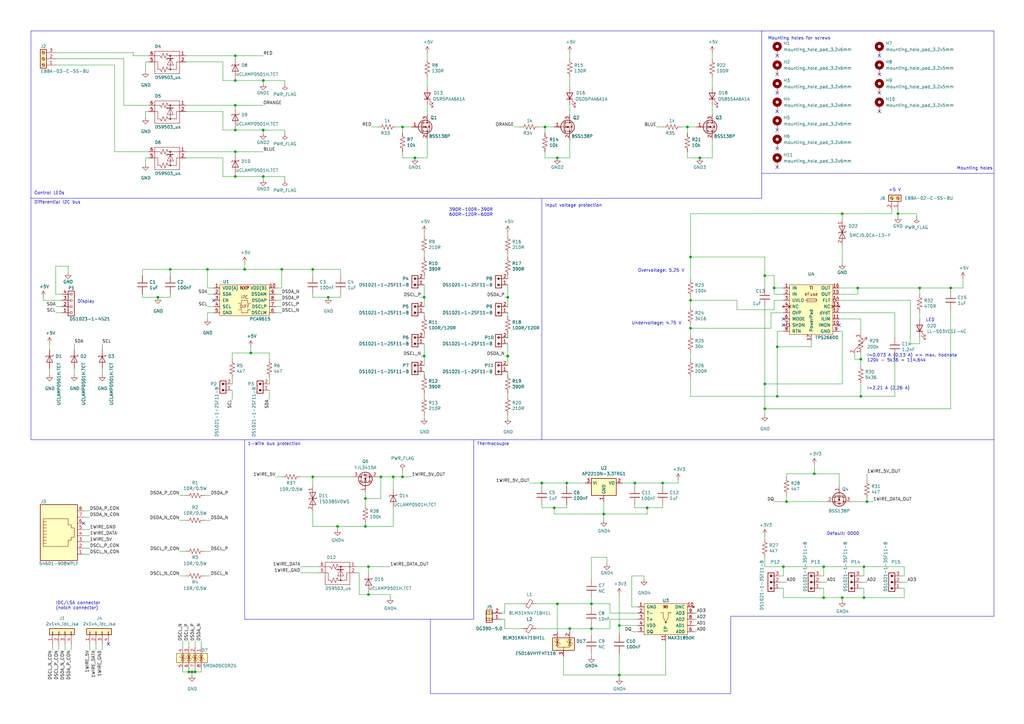
<source format=kicad_sch>
(kicad_sch (version 20230121) (generator eeschema)
  (paper "A3")
  (title_block (title "Signaling by fireplace") (date "2023-06-26") (rev "v2.0") (company "Roman Labovsky (roman-labovsky.cz)"))
  (junction (at 173.99 121.92))
  (junction (at 96.52 33.02))
  (junction (at 354.33 245.11))
  (junction (at 334.01 194.31))
  (junction (at 69.85 110.49))
  (junction (at 138.43 215.9))
  (junction (at 102.87 144.78))
  (junction (at 77.47 275.59))
  (junction (at 232.41 198.12))
  (junction (at 78.74 275.59))
  (junction (at 128.27 195.58))
  (junction (at 96.52 53.34))
  (junction (at 271.78 198.12))
  (junction (at 313.69 113.03))
  (junction (at 337.82 232.41))
  (junction (at 228.6 247.65))
  (junction (at 321.31 232.41))
  (junction (at 173.99 146.05))
  (junction (at 254 256.54))
  (junction (at 265.43 208.28))
  (junction (at 107.95 72.39))
  (junction (at 368.3 87.63))
  (junction (at 165.1 52.07))
  (junction (at 242.57 247.65))
  (junction (at 156.21 195.58))
  (junction (at 227.33 208.28))
  (junction (at 100.33 110.49))
  (junction (at 85.09 110.49))
  (junction (at 377.19 118.11))
  (junction (at 287.02 64.77))
  (junction (at 242.57 257.81))
  (junction (at 353.06 147.32))
  (junction (at 165.1 195.58))
  (junction (at 351.79 118.11))
  (junction (at 313.69 167.64))
  (junction (at 354.33 232.41))
  (junction (at 80.01 275.59))
  (junction (at 128.27 110.49))
  (junction (at 115.57 110.49))
  (junction (at 170.18 64.77))
  (junction (at 223.52 52.07))
  (junction (at 337.82 245.11))
  (junction (at 222.25 198.12))
  (junction (at 233.68 257.81))
  (junction (at 389.89 118.11))
  (junction (at 149.86 204.47))
  (junction (at 64.77 121.92))
  (junction (at 318.77 142.24))
  (junction (at 107.95 53.34))
  (junction (at 96.52 62.23))
  (junction (at 345.44 87.63))
  (junction (at 247.65 210.82))
  (junction (at 283.21 123.19))
  (junction (at 322.58 205.74))
  (junction (at 317.5 118.11))
  (junction (at 260.35 198.12))
  (junction (at 151.13 232.41))
  (junction (at 283.21 134.62))
  (junction (at 134.62 121.92))
  (junction (at 345.44 245.11))
  (junction (at 107.95 33.02))
  (junction (at 96.52 43.18))
  (junction (at 254 276.86))
  (junction (at 355.6 205.74))
  (junction (at 281.94 52.07))
  (junction (at 353.06 162.56))
  (junction (at 283.21 105.41))
  (junction (at 318.77 162.56))
  (junction (at 228.6 64.77))
  (junction (at 149.86 215.9))
  (junction (at 151.13 243.84))
  (junction (at 161.29 195.58))
  (junction (at 313.69 157.48))
  (junction (at 208.28 121.92))
  (junction (at 208.28 146.05))
  (junction (at 96.52 22.86))
  (junction (at 96.52 72.39))
  (no_connect (at 318.77 38.1))
  (no_connect (at 344.17 133.35))
  (no_connect (at 318.77 45.72))
  (no_connect (at 360.68 45.72))
  (no_connect (at 360.68 38.1))
  (no_connect (at 321.31 133.35))
  (no_connect (at 87.63 123.19))
  (no_connect (at 360.68 22.86))
  (no_connect (at 360.68 30.48))
  (no_connect (at 318.77 22.86))
  (no_connect (at 44.45 264.16))
  (no_connect (at 318.77 30.48))
  (no_connect (at 34.29 214.63))
  (no_connect (at 318.77 53.34))
  (no_connect (at 318.77 68.58))
  (no_connect (at 321.31 130.81))
  (no_connect (at 318.77 60.96))
  (wire (pts (xy 250.19 251.46) (xy 250.19 247.65)))
  (wire (pts (xy 248.92 228.6) (xy 248.92 231.14)))
  (wire (pts (xy 116.84 72.39) (xy 116.84 73.66)))
  (wire (pts (xy 96.52 33.02) (xy 96.52 31.75)))
  (wire (pts (xy 82.55 275.59) (xy 82.55 274.32)))
  (polyline (pts (xy 312.42 71.12) (xy 407.67 71.12)))
  (wire (pts (xy 344.17 130.81) (xy 353.06 130.81)))
  (wire (pts (xy 345.44 87.63) (xy 365.76 87.63)))
  (wire (pts (xy 259.08 236.22) (xy 264.16 236.22)))
  (wire (pts (xy 207.01 247.65) (xy 214.63 247.65)))
  (wire (pts (xy 242.57 260.35) (xy 242.57 257.81)))
  (wire (pts (xy 377.19 128.27) (xy 377.19 130.81)))
  (wire (pts (xy 139.7 110.49) (xy 139.7 113.03)))
  (wire (pts (xy 222.25 198.12) (xy 232.41 198.12)))
  (wire (pts (xy 27.94 109.22) (xy 27.94 111.76)))
  (wire (pts (xy 373.38 123.19) (xy 344.17 123.19)))
  (wire (pts (xy 83.82 226.06) (xy 86.36 226.06)))
  (wire (pts (xy 337.82 245.11) (xy 337.82 241.3)))
  (polyline (pts (xy 12.7 180.34) (xy 407.67 180.34)))
  (wire (pts (xy 334.01 194.31) (xy 344.17 194.31)))
  (wire (pts (xy 30.48 151.13) (xy 30.48 153.67)))
  (wire (pts (xy 175.26 24.13) (xy 175.26 21.59)))
  (wire (pts (xy 26.67 264.16) (xy 26.67 266.7)))
  (wire (pts (xy 389.89 118.11) (xy 389.89 119.38)))
  (wire (pts (xy 344.17 194.31) (xy 344.17 199.39)))
  (wire (pts (xy 321.31 128.27) (xy 316.23 128.27)))
  (wire (pts (xy 283.21 114.3) (xy 283.21 105.41)))
  (wire (pts (xy 367.03 128.27) (xy 367.03 138.43)))
  (wire (pts (xy 321.31 232.41) (xy 313.69 232.41)))
  (wire (pts (xy 220.98 52.07) (xy 223.52 52.07)))
  (wire (pts (xy 50.8 24.13) (xy 50.8 43.18)))
  (wire (pts (xy 134.62 121.92) (xy 139.7 121.92)))
  (wire (pts (xy 170.18 64.77) (xy 175.26 64.77)))
  (wire (pts (xy 345.44 100.33) (xy 345.44 107.95)))
  (wire (pts (xy 76.2 22.86) (xy 96.52 22.86)))
  (wire (pts (xy 95.25 154.94) (xy 95.25 157.48)))
  (wire (pts (xy 77.47 275.59) (xy 78.74 275.59)))
  (wire (pts (xy 34.29 217.17) (xy 36.83 217.17)))
  (wire (pts (xy 123.19 234.95) (xy 130.81 234.95)))
  (wire (pts (xy 353.06 147.32) (xy 353.06 149.86)))
  (wire (pts (xy 80.01 274.32) (xy 80.01 275.59)))
  (wire (pts (xy 283.21 134.62) (xy 283.21 137.16)))
  (wire (pts (xy 222.25 199.39) (xy 222.25 198.12)))
  (wire (pts (xy 149.86 215.9) (xy 161.29 215.9)))
  (wire (pts (xy 165.1 64.77) (xy 170.18 64.77)))
  (wire (pts (xy 116.84 53.34) (xy 116.84 54.61)))
  (wire (pts (xy 247.65 205.74) (xy 247.65 210.82)))
  (wire (pts (xy 316.23 128.27) (xy 316.23 134.62)))
  (wire (pts (xy 223.52 64.77) (xy 228.6 64.77)))
  (wire (pts (xy 254 276.86) (xy 254 267.97)))
  (wire (pts (xy 283.21 144.78) (xy 283.21 147.32)))
  (wire (pts (xy 250.19 247.65) (xy 242.57 247.65)))
  (wire (pts (xy 242.57 257.81) (xy 250.19 257.81)))
  (wire (pts (xy 146.05 234.95) (xy 147.32 234.95)))
  (polyline (pts (xy 12.7 12.7) (xy 12.7 180.34)))
  (wire (pts (xy 351.79 118.11) (xy 377.19 118.11)))
  (wire (pts (xy 344.17 135.89) (xy 345.44 135.89)))
  (wire (pts (xy 208.28 170.18) (xy 208.28 171.45)))
  (wire (pts (xy 242.57 245.11) (xy 242.57 247.65)))
  (wire (pts (xy 233.68 21.59) (xy 233.68 24.13)))
  (wire (pts (xy 377.19 140.97) (xy 373.38 140.97)))
  (wire (pts (xy 318.77 162.56) (xy 353.06 162.56)))
  (wire (pts (xy 39.37 264.16) (xy 39.37 266.7)))
  (wire (pts (xy 283.21 105.41) (xy 313.69 105.41)))
  (wire (pts (xy 242.57 247.65) (xy 242.57 248.92)))
  (wire (pts (xy 242.57 228.6) (xy 248.92 228.6)))
  (wire (pts (xy 110.49 144.78) (xy 110.49 147.32)))
  (wire (pts (xy 233.68 43.18) (xy 233.68 46.99)))
  (wire (pts (xy 207.01 121.92) (xy 208.28 121.92)))
  (wire (pts (xy 20.32 151.13) (xy 20.32 153.67)))
  (wire (pts (xy 345.44 135.89) (xy 345.44 157.48)))
  (wire (pts (xy 332.74 139.7) (xy 332.74 142.24)))
  (wire (pts (xy 350.52 144.78) (xy 350.52 147.32)))
  (wire (pts (xy 25.4 123.19) (xy 17.78 123.19)))
  (wire (pts (xy 113.03 120.65) (xy 115.57 120.65)))
  (wire (pts (xy 95.25 147.32) (xy 95.25 144.78)))
  (wire (pts (xy 128.27 199.39) (xy 128.27 195.58)))
  (wire (pts (xy 96.52 22.86) (xy 107.95 22.86)))
  (wire (pts (xy 228.6 247.65) (xy 242.57 247.65)))
  (wire (pts (xy 265.43 208.28) (xy 265.43 210.82)))
  (wire (pts (xy 91.44 53.34) (xy 96.52 53.34)))
  (wire (pts (xy 95.25 144.78) (xy 102.87 144.78)))
  (wire (pts (xy 321.31 241.3) (xy 321.31 245.11)))
  (wire (pts (xy 115.57 110.49) (xy 128.27 110.49)))
  (wire (pts (xy 287.02 64.77) (xy 292.1 64.77)))
  (wire (pts (xy 95.25 163.83) (xy 95.25 160.02)))
  (wire (pts (xy 173.99 140.97) (xy 173.99 146.05)))
  (wire (pts (xy 151.13 232.41) (xy 160.02 232.41)))
  (wire (pts (xy 78.74 275.59) (xy 80.01 275.59)))
  (wire (pts (xy 302.26 127) (xy 317.5 127)))
  (wire (pts (xy 147.32 243.84) (xy 151.13 243.84)))
  (wire (pts (xy 36.83 264.16) (xy 36.83 266.7)))
  (wire (pts (xy 146.05 232.41) (xy 151.13 232.41)))
  (wire (pts (xy 54.61 21.59) (xy 54.61 22.86)))
  (wire (pts (xy 281.94 64.77) (xy 287.02 64.77)))
  (wire (pts (xy 222.25 207.01) (xy 222.25 208.28)))
  (wire (pts (xy 283.21 162.56) (xy 318.77 162.56)))
  (wire (pts (xy 283.21 123.19) (xy 283.21 125.73)))
  (wire (pts (xy 85.09 110.49) (xy 85.09 118.11)))
  (wire (pts (xy 313.69 167.64) (xy 313.69 170.18)))
  (wire (pts (xy 69.85 110.49) (xy 69.85 113.03)))
  (wire (pts (xy 128.27 113.03) (xy 128.27 110.49)))
  (wire (pts (xy 46.99 26.67) (xy 22.86 26.67)))
  (wire (pts (xy 91.44 25.4) (xy 91.44 33.02)))
  (wire (pts (xy 242.57 237.49) (xy 242.57 228.6)))
  (wire (pts (xy 175.26 57.15) (xy 175.26 64.77)))
  (wire (pts (xy 320.04 241.3) (xy 321.31 241.3)))
  (wire (pts (xy 50.8 24.13) (xy 22.86 24.13)))
  (wire (pts (xy 102.87 144.78) (xy 102.87 142.24)))
  (polyline (pts (xy 407.67 71.12) (xy 407.67 252.73)))
  (wire (pts (xy 29.21 264.16) (xy 29.21 266.7)))
  (wire (pts (xy 318.77 142.24) (xy 318.77 162.56)))
  (wire (pts (xy 351.79 118.11) (xy 351.79 120.65)))
  (wire (pts (xy 265.43 208.28) (xy 271.78 208.28)))
  (wire (pts (xy 370.84 241.3) (xy 369.57 241.3)))
  (wire (pts (xy 223.52 52.07) (xy 223.52 54.61)))
  (wire (pts (xy 334.01 194.31) (xy 334.01 190.5)))
  (wire (pts (xy 21.59 264.16) (xy 21.59 266.7)))
  (wire (pts (xy 30.48 143.51) (xy 30.48 140.97)))
  (wire (pts (xy 339.09 205.74) (xy 322.58 205.74)))
  (wire (pts (xy 370.84 232.41) (xy 370.84 236.22)))
  (wire (pts (xy 115.57 125.73) (xy 113.03 125.73)))
  (wire (pts (xy 96.52 53.34) (xy 96.52 52.07)))
  (wire (pts (xy 46.99 62.23) (xy 60.96 62.23)))
  (wire (pts (xy 370.84 236.22) (xy 369.57 236.22)))
  (wire (pts (xy 173.99 153.67) (xy 173.99 152.4)))
  (wire (pts (xy 85.09 110.49) (xy 100.33 110.49)))
  (wire (pts (xy 54.61 22.86) (xy 60.96 22.86)))
  (wire (pts (xy 320.04 238.76) (xy 322.58 238.76)))
  (wire (pts (xy 353.06 144.78) (xy 353.06 147.32)))
  (wire (pts (xy 321.31 135.89) (xy 318.77 135.89)))
  (wire (pts (xy 367.03 146.05) (xy 367.03 162.56)))
  (wire (pts (xy 34.29 227.33) (xy 36.83 227.33)))
  (wire (pts (xy 254 256.54) (xy 261.62 256.54)))
  (wire (pts (xy 41.91 143.51) (xy 41.91 140.97)))
  (wire (pts (xy 58.42 120.65) (xy 58.42 121.92)))
  (wire (pts (xy 96.52 72.39) (xy 107.95 72.39)))
  (wire (pts (xy 173.99 104.14) (xy 173.99 105.41)))
  (wire (pts (xy 165.1 52.07) (xy 165.1 54.61)))
  (wire (pts (xy 161.29 215.9) (xy 161.29 208.28)))
  (wire (pts (xy 247.65 210.82) (xy 247.65 213.36)))
  (wire (pts (xy 22.86 120.65) (xy 25.4 120.65)))
  (wire (pts (xy 208.28 153.67) (xy 208.28 152.4)))
  (wire (pts (xy 337.82 232.41) (xy 337.82 236.22)))
  (wire (pts (xy 123.19 232.41) (xy 130.81 232.41)))
  (wire (pts (xy 317.5 120.65) (xy 321.31 120.65)))
  (wire (pts (xy 128.27 215.9) (xy 138.43 215.9)))
  (wire (pts (xy 227.33 210.82) (xy 247.65 210.82)))
  (wire (pts (xy 281.94 52.07) (xy 281.94 54.61)))
  (wire (pts (xy 337.82 232.41) (xy 354.33 232.41)))
  (wire (pts (xy 355.6 205.74) (xy 355.6 204.47)))
  (wire (pts (xy 337.82 241.3) (xy 336.55 241.3)))
  (wire (pts (xy 128.27 110.49) (xy 139.7 110.49)))
  (wire (pts (xy 115.57 118.11) (xy 113.03 118.11)))
  (polyline (pts (xy 12.7 81.28) (xy 312.42 81.28)))
  (wire (pts (xy 175.26 43.18) (xy 175.26 46.99)))
  (wire (pts (xy 207.01 251.46) (xy 207.01 247.65)))
  (wire (pts (xy 250.19 257.81) (xy 250.19 254)))
  (wire (pts (xy 22.86 120.65) (xy 22.86 109.22)))
  (wire (pts (xy 34.29 222.25) (xy 36.83 222.25)))
  (wire (pts (xy 110.49 160.02) (xy 110.49 163.83)))
  (wire (pts (xy 91.44 45.72) (xy 91.44 53.34)))
  (wire (pts (xy 250.19 254) (xy 261.62 254)))
  (wire (pts (xy 46.99 62.23) (xy 46.99 26.67)))
  (wire (pts (xy 313.69 113.03) (xy 313.69 118.11)))
  (wire (pts (xy 377.19 140.97) (xy 377.19 138.43)))
  (wire (pts (xy 213.36 52.07) (xy 210.82 52.07)))
  (wire (pts (xy 373.38 140.97) (xy 373.38 123.19)))
  (wire (pts (xy 128.27 209.55) (xy 128.27 215.9)))
  (wire (pts (xy 208.28 116.84) (xy 208.28 121.92)))
  (wire (pts (xy 165.1 52.07) (xy 168.91 52.07)))
  (wire (pts (xy 86.36 213.36) (xy 83.82 213.36)))
  (wire (pts (xy 60.96 25.4) (xy 59.69 25.4)))
  (wire (pts (xy 283.21 87.63) (xy 345.44 87.63)))
  (wire (pts (xy 50.8 43.18) (xy 60.96 43.18)))
  (wire (pts (xy 59.69 45.72) (xy 59.69 48.26)))
  (wire (pts (xy 107.95 33.02) (xy 116.84 33.02)))
  (wire (pts (xy 96.52 43.18) (xy 107.95 43.18)))
  (wire (pts (xy 113.03 128.27) (xy 115.57 128.27)))
  (wire (pts (xy 283.21 133.35) (xy 283.21 134.62)))
  (wire (pts (xy 313.69 125.73) (xy 313.69 157.48)))
  (wire (pts (xy 337.82 245.11) (xy 345.44 245.11)))
  (wire (pts (xy 369.57 238.76) (xy 372.11 238.76)))
  (wire (pts (xy 207.01 146.05) (xy 208.28 146.05)))
  (wire (pts (xy 264.16 236.22) (xy 264.16 237.49)))
  (wire (pts (xy 85.09 118.11) (xy 87.63 118.11)))
  (polyline (pts (xy 312.42 12.7) (xy 312.42 81.28)))
  (wire (pts (xy 22.86 125.73) (xy 25.4 125.73)))
  (wire (pts (xy 208.28 104.14) (xy 208.28 105.41)))
  (wire (pts (xy 228.6 259.08) (xy 228.6 247.65)))
  (wire (pts (xy 128.27 121.92) (xy 134.62 121.92)))
  (wire (pts (xy 302.26 123.19) (xy 302.26 127)))
  (wire (pts (xy 321.31 118.11) (xy 317.5 118.11)))
  (wire (pts (xy 389.89 118.11) (xy 394.97 118.11)))
  (wire (pts (xy 156.21 195.58) (xy 161.29 195.58)))
  (wire (pts (xy 350.52 147.32) (xy 353.06 147.32)))
  (polyline (pts (xy 299.72 252.73) (xy 407.67 252.73)))
  (wire (pts (xy 242.57 269.24) (xy 242.57 267.97)))
  (wire (pts (xy 172.72 146.05) (xy 173.99 146.05)))
  (wire (pts (xy 208.28 146.05) (xy 208.28 149.86)))
  (wire (pts (xy 254 256.54) (xy 254 260.35)))
  (wire (pts (xy 233.68 257.81) (xy 242.57 257.81)))
  (wire (pts (xy 353.06 157.48) (xy 353.06 162.56)))
  (wire (pts (xy 96.52 33.02) (xy 107.95 33.02)))
  (wire (pts (xy 394.97 114.3) (xy 394.97 118.11)))
  (wire (pts (xy 77.47 262.89) (xy 77.47 265.43)))
  (wire (pts (xy 100.33 110.49) (xy 115.57 110.49)))
  (wire (pts (xy 128.27 195.58) (xy 144.78 195.58)))
  (wire (pts (xy 345.44 245.11) (xy 354.33 245.11)))
  (wire (pts (xy 227.33 208.28) (xy 232.41 208.28)))
  (wire (pts (xy 83.82 203.2) (xy 86.36 203.2)))
  (wire (pts (xy 354.33 245.11) (xy 354.33 241.3)))
  (wire (pts (xy 17.78 123.19) (xy 17.78 121.92)))
  (wire (pts (xy 149.86 215.9) (xy 138.43 215.9)))
  (wire (pts (xy 345.44 246.38) (xy 345.44 245.11)))
  (wire (pts (xy 76.2 64.77) (xy 91.44 64.77)))
  (polyline (pts (xy 222.25 81.28) (xy 222.25 180.34)))
  (wire (pts (xy 96.52 62.23) (xy 107.95 62.23)))
  (wire (pts (xy 279.4 52.07) (xy 281.94 52.07)))
  (wire (pts (xy 281.94 52.07) (xy 285.75 52.07)))
  (wire (pts (xy 355.6 205.74) (xy 358.14 205.74)))
  (wire (pts (xy 283.21 134.62) (xy 316.23 134.62)))
  (wire (pts (xy 208.28 96.52) (xy 208.28 95.25)))
  (wire (pts (xy 317.5 118.11) (xy 317.5 120.65)))
  (wire (pts (xy 336.55 238.76) (xy 339.09 238.76)))
  (wire (pts (xy 353.06 130.81) (xy 353.06 137.16)))
  (wire (pts (xy 283.21 123.19) (xy 302.26 123.19)))
  (wire (pts (xy 20.32 143.51) (xy 20.32 140.97)))
  (wire (pts (xy 151.13 243.84) (xy 160.02 243.84)))
  (wire (pts (xy 318.77 135.89) (xy 318.77 142.24)))
  (wire (pts (xy 73.66 236.22) (xy 76.2 236.22)))
  (wire (pts (xy 74.93 275.59) (xy 77.47 275.59)))
  (wire (pts (xy 151.13 243.84) (xy 151.13 242.57)))
  (wire (pts (xy 261.62 251.46) (xy 250.19 251.46)))
  (wire (pts (xy 353.06 238.76) (xy 355.6 238.76)))
  (wire (pts (xy 292.1 21.59) (xy 292.1 24.13)))
  (wire (pts (xy 96.52 43.18) (xy 96.52 44.45)))
  (wire (pts (xy 231.14 276.86) (xy 254 276.86)))
  (wire (pts (xy 260.35 198.12) (xy 271.78 198.12)))
  (wire (pts (xy 283.21 162.56) (xy 283.21 154.94)))
  (wire (pts (xy 223.52 52.07) (xy 227.33 52.07)))
  (polyline (pts (xy 407.67 12.7) (xy 407.67 71.12)))
  (wire (pts (xy 365.76 86.36) (xy 365.76 87.63)))
  (wire (pts (xy 34.29 219.71) (xy 36.83 219.71)))
  (wire (pts (xy 149.86 207.01) (xy 149.86 204.47)))
  (wire (pts (xy 41.91 264.16) (xy 41.91 266.7)))
  (wire (pts (xy 128.27 120.65) (xy 128.27 121.92)))
  (wire (pts (xy 255.27 198.12) (xy 260.35 198.12)))
  (wire (pts (xy 233.68 57.15) (xy 233.68 64.77)))
  (wire (pts (xy 139.7 121.92) (xy 139.7 120.65)))
  (wire (pts (xy 34.29 209.55) (xy 36.83 209.55)))
  (wire (pts (xy 22.86 21.59) (xy 54.61 21.59)))
  (wire (pts (xy 313.69 232.41) (xy 313.69 228.6)))
  (wire (pts (xy 100.33 110.49) (xy 100.33 107.95)))
  (wire (pts (xy 149.86 201.93) (xy 149.86 204.47)))
  (wire (pts (xy 368.3 86.36) (xy 368.3 87.63)))
  (wire (pts (xy 389.89 167.64) (xy 313.69 167.64)))
  (wire (pts (xy 317.5 113.03) (xy 317.5 118.11)))
  (wire (pts (xy 207.01 254) (xy 205.74 254)))
  (wire (pts (xy 138.43 215.9) (xy 138.43 217.17)))
  (wire (pts (xy 85.09 125.73) (xy 87.63 125.73)))
  (wire (pts (xy 58.42 113.03) (xy 58.42 110.49)))
  (wire (pts (xy 60.96 64.77) (xy 59.69 64.77)))
  (wire (pts (xy 368.3 87.63) (xy 375.92 87.63)))
  (wire (pts (xy 165.1 52.07) (xy 162.56 52.07)))
  (wire (pts (xy 160.02 245.11) (xy 160.02 243.84)))
  (wire (pts (xy 64.77 121.92) (xy 69.85 121.92)))
  (wire (pts (xy 154.94 195.58) (xy 156.21 195.58)))
  (wire (pts (xy 172.72 121.92) (xy 173.99 121.92)))
  (wire (pts (xy 86.36 236.22) (xy 83.82 236.22)))
  (wire (pts (xy 173.99 95.25) (xy 173.99 96.52)))
  (wire (pts (xy 82.55 262.89) (xy 82.55 265.43)))
  (wire (pts (xy 165.1 62.23) (xy 165.1 64.77)))
  (wire (pts (xy 322.58 205.74) (xy 317.5 205.74)))
  (wire (pts (xy 80.01 275.59) (xy 82.55 275.59)))
  (wire (pts (xy 161.29 200.66) (xy 161.29 195.58)))
  (wire (pts (xy 227.33 208.28) (xy 227.33 210.82)))
  (wire (pts (xy 34.29 224.79) (xy 36.83 224.79)))
  (wire (pts (xy 337.82 236.22) (xy 336.55 236.22)))
  (wire (pts (xy 242.57 256.54) (xy 242.57 257.81)))
  (wire (pts (xy 377.19 118.11) (xy 389.89 118.11)))
  (wire (pts (xy 208.28 140.97) (xy 208.28 146.05)))
  (wire (pts (xy 208.28 114.3) (xy 208.28 113.03)))
  (wire (pts (xy 284.48 259.08) (xy 285.75 259.08)))
  (wire (pts (xy 113.03 123.19) (xy 115.57 123.19)))
  (wire (pts (xy 354.33 245.11) (xy 370.84 245.11)))
  (wire (pts (xy 110.49 154.94) (xy 110.49 157.48)))
  (wire (pts (xy 58.42 110.49) (xy 69.85 110.49)))
  (wire (pts (xy 149.86 214.63) (xy 149.86 215.9)))
  (wire (pts (xy 60.96 45.72) (xy 59.69 45.72)))
  (wire (pts (xy 59.69 64.77) (xy 59.69 67.31)))
  (wire (pts (xy 149.86 204.47) (xy 156.21 204.47)))
  (wire (pts (xy 208.28 161.29) (xy 208.28 162.56)))
  (wire (pts (xy 207.01 257.81) (xy 207.01 254)))
  (wire (pts (xy 271.78 208.28) (xy 271.78 207.01)))
  (wire (pts (xy 375.92 87.63) (xy 375.92 88.9)))
  (wire (pts (xy 147.32 234.95) (xy 147.32 243.84)))
  (wire (pts (xy 115.57 110.49) (xy 115.57 118.11)))
  (wire (pts (xy 283.21 121.92) (xy 283.21 123.19)))
  (wire (pts (xy 73.66 203.2) (xy 76.2 203.2)))
  (wire (pts (xy 313.69 105.41) (xy 313.69 113.03)))
  (wire (pts (xy 240.03 198.12) (xy 232.41 198.12)))
  (wire (pts (xy 284.48 256.54) (xy 285.75 256.54)))
  (wire (pts (xy 161.29 195.58) (xy 165.1 195.58)))
  (wire (pts (xy 91.44 64.77) (xy 91.44 72.39)))
  (wire (pts (xy 233.68 31.75) (xy 233.68 35.56)))
  (wire (pts (xy 107.95 53.34) (xy 116.84 53.34)))
  (polyline (pts (xy 176.53 284.48) (xy 299.72 284.48)))
  (wire (pts (xy 271.78 199.39) (xy 271.78 198.12)))
  (wire (pts (xy 219.71 247.65) (xy 228.6 247.65)))
  (wire (pts (xy 154.94 52.07) (xy 152.4 52.07)))
  (wire (pts (xy 41.91 151.13) (xy 41.91 153.67)))
  (wire (pts (xy 322.58 194.31) (xy 334.01 194.31)))
  (wire (pts (xy 321.31 245.11) (xy 337.82 245.11)))
  (wire (pts (xy 173.99 116.84) (xy 173.99 121.92)))
  (wire (pts (xy 345.44 90.17) (xy 345.44 87.63)))
  (wire (pts (xy 123.19 195.58) (xy 128.27 195.58)))
  (wire (pts (xy 317.5 127) (xy 317.5 123.19)))
  (wire (pts (xy 58.42 121.92) (xy 64.77 121.92)))
  (polyline (pts (xy 176.53 254) (xy 176.53 284.48)))
  (wire (pts (xy 85.09 128.27) (xy 85.09 130.81)))
  (wire (pts (xy 284.48 254) (xy 285.75 254)))
  (wire (pts (xy 354.33 236.22) (xy 353.06 236.22)))
  (wire (pts (xy 281.94 62.23) (xy 281.94 64.77)))
  (wire (pts (xy 278.13 198.12) (xy 278.13 196.85)))
  (wire (pts (xy 321.31 232.41) (xy 337.82 232.41)))
  (wire (pts (xy 320.04 236.22) (xy 321.31 236.22)))
  (wire (pts (xy 173.99 161.29) (xy 173.99 162.56)))
  (wire (pts (xy 151.13 232.41) (xy 151.13 234.95)))
  (wire (pts (xy 175.26 31.75) (xy 175.26 35.56)))
  (wire (pts (xy 96.52 72.39) (xy 96.52 71.12)))
  (wire (pts (xy 259.08 259.08) (xy 261.62 259.08)))
  (wire (pts (xy 259.08 248.92) (xy 259.08 236.22)))
  (wire (pts (xy 345.44 157.48) (xy 313.69 157.48)))
  (wire (pts (xy 271.78 198.12) (xy 278.13 198.12)))
  (wire (pts (xy 317.5 113.03) (xy 313.69 113.03)))
  (polyline (pts (xy 299.72 252.73) (xy 299.72 284.48)))
  (wire (pts (xy 260.35 208.28) (xy 265.43 208.28)))
  (wire (pts (xy 77.47 274.32) (xy 77.47 275.59)))
  (wire (pts (xy 370.84 245.11) (xy 370.84 241.3)))
  (wire (pts (xy 96.52 22.86) (xy 96.52 24.13)))
  (wire (pts (xy 107.95 72.39) (xy 116.84 72.39)))
  (wire (pts (xy 354.33 241.3) (xy 353.06 241.3)))
  (wire (pts (xy 318.77 142.24) (xy 332.74 142.24)))
  (wire (pts (xy 208.28 121.92) (xy 208.28 125.73)))
  (wire (pts (xy 208.28 138.43) (xy 208.28 137.16)))
  (wire (pts (xy 85.09 128.27) (xy 87.63 128.27)))
  (wire (pts (xy 271.78 52.07) (xy 269.24 52.07)))
  (wire (pts (xy 107.95 54.61) (xy 107.95 53.34)))
  (wire (pts (xy 208.28 129.54) (xy 208.28 128.27)))
  (wire (pts (xy 96.52 62.23) (xy 96.52 63.5)))
  (wire (pts (xy 91.44 33.02) (xy 96.52 33.02)))
  (wire (pts (xy 173.99 129.54) (xy 173.99 128.27)))
  (wire (pts (xy 173.99 121.92) (xy 173.99 125.73)))
  (wire (pts (xy 254 278.13) (xy 254 276.86)))
  (wire (pts (xy 76.2 45.72) (xy 91.44 45.72)))
  (wire (pts (xy 260.35 199.39) (xy 260.35 198.12)))
  (wire (pts (xy 78.74 276.86) (xy 78.74 275.59)))
  (wire (pts (xy 74.93 274.32) (xy 74.93 275.59)))
  (wire (pts (xy 165.1 195.58) (xy 168.91 195.58)))
  (wire (pts (xy 313.69 157.48) (xy 313.69 167.64)))
  (wire (pts (xy 292.1 31.75) (xy 292.1 35.56)))
  (polyline (pts (xy 312.42 12.7) (xy 407.67 12.7)))
  (wire (pts (xy 260.35 207.01) (xy 260.35 208.28)))
  (wire (pts (xy 355.6 196.85) (xy 355.6 194.31)))
  (wire (pts (xy 322.58 195.58) (xy 322.58 194.31)))
  (wire (pts (xy 351.79 118.11) (xy 344.17 118.11)))
  (wire (pts (xy 69.85 121.92) (xy 69.85 120.65)))
  (wire (pts (xy 232.41 208.28) (xy 232.41 207.01)))
  (wire (pts (xy 247.65 210.82) (xy 265.43 210.82)))
  (polyline (pts (xy 100.33 254) (xy 194.31 254)))
  (polyline (pts (xy 312.42 12.7) (xy 12.7 12.7)))
  (wire (pts (xy 173.99 138.43) (xy 173.99 137.16)))
  (wire (pts (xy 261.62 248.92) (xy 259.08 248.92)))
  (wire (pts (xy 116.84 33.02) (xy 116.84 34.29)))
  (wire (pts (xy 22.86 109.22) (xy 27.94 109.22)))
  (wire (pts (xy 283.21 87.63) (xy 283.21 105.41)))
  (wire (pts (xy 368.3 87.63) (xy 368.3 88.9)))
  (wire (pts (xy 217.17 198.12) (xy 222.25 198.12)))
  (wire (pts (xy 76.2 62.23) (xy 96.52 62.23)))
  (wire (pts (xy 354.33 232.41) (xy 354.33 236.22)))
  (wire (pts (xy 344.17 128.27) (xy 367.03 128.27)))
  (wire (pts (xy 59.69 25.4) (xy 59.69 29.21)))
  (wire (pts (xy 228.6 64.77) (xy 233.68 64.77)))
  (wire (pts (xy 96.52 53.34) (xy 107.95 53.34)))
  (wire (pts (xy 80.01 262.89) (xy 80.01 265.43)))
  (polyline (pts (xy 100.33 180.34) (xy 100.33 254)))
  (wire (pts (xy 24.13 264.16) (xy 24.13 266.7)))
  (wire (pts (xy 222.25 208.28) (xy 227.33 208.28)))
  (wire (pts (xy 22.86 128.27) (xy 25.4 128.27)))
  (wire (pts (xy 156.21 204.47) (xy 156.21 195.58)))
  (wire (pts (xy 73.66 226.06) (xy 76.2 226.06)))
  (wire (pts (xy 107.95 73.66) (xy 107.95 72.39)))
  (wire (pts (xy 284.48 251.46) (xy 285.75 251.46)))
  (polyline (pts (xy 194.31 180.34) (xy 194.31 254)))
  (wire (pts (xy 233.68 259.08) (xy 233.68 257.81)))
  (wire (pts (xy 317.5 123.19) (xy 321.31 123.19)))
  (wire (pts (xy 76.2 43.18) (xy 96.52 43.18)))
  (wire (pts (xy 254 276.86) (xy 273.05 276.86)))
  (wire (pts (xy 74.93 265.43) (xy 74.93 262.89)))
  (wire (pts (xy 73.66 213.36) (xy 76.2 213.36)))
  (wire (pts (xy 107.95 34.29) (xy 107.95 33.02)))
  (wire (pts (xy 313.69 220.98) (xy 313.69 219.71)))
  (wire (pts (xy 273.05 276.86) (xy 273.05 262.89)))
  (wire (pts (xy 207.01 257.81) (xy 214.63 257.81)))
  (wire (pts (xy 344.17 120.65) (xy 351.79 120.65)))
  (wire (pts (xy 102.87 144.78) (xy 110.49 144.78)))
  (wire (pts (xy 76.2 25.4) (xy 91.44 25.4)))
  (wire (pts (xy 69.85 110.49) (xy 85.09 110.49)))
  (wire (pts (xy 173.99 114.3) (xy 173.99 113.03)))
  (wire (pts (xy 91.44 72.39) (xy 96.52 72.39)))
  (wire (pts (xy 389.89 127) (xy 389.89 167.64)))
  (wire (pts (xy 254 256.54) (xy 254 243.84)))
  (wire (pts (xy 292.1 43.18) (xy 292.1 46.99)))
  (wire (pts (xy 353.06 162.56) (xy 367.03 162.56)))
  (wire (pts (xy 321.31 236.22) (xy 321.31 232.41)))
  (wire (pts (xy 292.1 57.15) (xy 292.1 64.77)))
  (wire (pts (xy 115.57 195.58) (xy 113.03 195.58)))
  (wire (pts (xy 85.09 120.65) (xy 87.63 120.65)))
  (wire (pts (xy 377.19 120.65) (xy 377.19 118.11)))
  (wire (pts (xy 223.52 62.23) (xy 223.52 64.77)))
  (wire (pts (xy 205.74 251.46) (xy 207.01 251.46)))
  (wire (pts (xy 165.1 193.04) (xy 165.1 195.58)))
  (wire (pts (xy 36.83 212.09) (xy 34.29 212.09)))
  (wire (pts (xy 232.41 199.39) (xy 232.41 198.12)))
  (wire (pts (xy 322.58 205.74) (xy 322.58 203.2)))
  (wire (pts (xy 349.25 205.74) (xy 355.6 205.74)))
  (wire (pts (xy 354.33 232.41) (xy 370.84 232.41)))
  (wire (pts (xy 231.14 269.24) (xy 231.14 276.86)))
  (wire (pts (xy 219.71 257.81) (xy 233.68 257.81)))
  (wire (pts (xy 173.99 146.05) (xy 173.99 149.86)))
  (wire (pts (xy 173.99 171.45) (xy 173.99 170.18)))
  (text "Default: 0000" (at 339.09 219.71 0) (effects (font (size 1.27 1.27)) (justify left bottom)))
  (text "Mounting holes for screws" (at 314.96 16.51 0) (effects (font (size 1.27 1.27)) (justify left bottom)))
  (text "Display" (at 31.75 124.46 0) (effects (font (size 1.27 1.27)) (justify left bottom)))
  (text "Overvoltage: 5,25 V" (at 261.62 111.76 0) (effects (font (size 1.27 1.27)) (justify left bottom)))
  (text "390R-100R-390R\n600R-120R-600R" (at 184.15 88.9 0) (effects (font (size 1.27 1.27)) (justify left bottom)))
  (text "LED" (at 379.73 132.08 0) (effects (font (size 1.27 1.27)) (justify left bottom)))
  (text "Thermocouple" (at 195.58 182.88 0) (effects (font (size 1.27 1.27)) (justify left bottom)))
  (text "1-Wire bus protection" (at 101.6 182.88 0) (effects (font (size 1.27 1.27)) (justify left bottom)))
  (text "+5 V" (at 364.49 78.74 0) (effects (font (size 1.27 1.27)) (justify left bottom)))
  (text "IDC/LSA connector\n(notch connector)" (at 22.86 250.19 0) (effects (font (size 1.27 1.27)) (justify left bottom)))
  (text "Undervoltage: 4,75 V" (at 259.08 133.35 0) (effects (font (size 1.27 1.27)) (justify left bottom)))
  (text "Differential I2C bus" (at 13.97 83.82 0) (effects (font (size 1.27 1.27)) (justify left bottom)))
  (text "Input voltage protection" (at 223.52 85.09 0) (effects (font (size 1.27 1.27)) (justify left bottom)))
  (text "I=2,21 A (2,26 A)" (at 355.6 160.02 0) (effects (font (size 1.27 1.27)) (justify left bottom)))
  (text "I=0,073 A (0,13 A) => max. hodnota\n120k - 5k36 = 114,64k" (at 355.6 148.59 0) (effects (font (size 1.27 1.27)) (justify left bottom)))
  (text "Control LEDs" (at 13.97 80.01 0) (effects (font (size 1.27 1.27)) (justify left bottom)))
  (text "Mounting holes" (at 392.43 69.85 0) (effects (font (size 1.27 1.27)) (justify left bottom)))
  (label "DSDA_N_CON" (at 73.66 213.36 180))
  (label "DSDA_N" (at 86.36 213.36 0))
  (label "DSCL_P_CON" (at 24.13 266.7 270))
  (label "1WIRE_5V_OUT" (at 355.6 194.31 0))
  (label "AD1" (at 285.75 256.54 0))
  (label "SDA" (at 85.09 120.65 180))
  (label "DSCL_N" (at 115.57 128.27 0))
  (label "1WIRE_DATA_OUT" (at 160.02 232.41 0))
  (label "AD1" (at 339.09 238.76 0))
  (label "DSDA_P_CON" (at 73.66 203.2 180))
  (label "1WIRE_5V" (at 113.03 195.58 180))
  (label "AD3" (at 372.11 238.76 0))
  (label "1WIRE_DATA" (at 39.37 266.7 270))
  (label "DSCL_P_CON" (at 73.66 226.06 180))
  (label "DQ" (at 259.08 259.08 180))
  (label "SDA" (at 30.48 140.97 0))
  (label "1WIRE_DATA" (at 36.83 219.71 0))
  (label "DSDA_P" (at 86.36 203.2 0))
  (label "1WIRE_GND" (at 36.83 217.17 0))
  (label "DSDA_N" (at 82.55 262.89 90))
  (label "AD0" (at 322.58 238.76 0))
  (label "DSDA_P_CON" (at 29.21 266.7 270))
  (label "SDA" (at 110.49 163.83 270))
  (label "DSCL_P" (at 77.47 262.89 90))
  (label "1WIRE_5V" (at 36.83 266.7 270))
  (label "RED" (at 107.95 22.86 0))
  (label "1WIRE_5V_OUT" (at 217.17 198.12 180))
  (label "DSCL_N" (at 86.36 236.22 0))
  (label "DSCL_N" (at 172.72 146.05 180))
  (label "RED" (at 152.4 52.07 180))
  (label "1WIRE_GND" (at 41.91 266.7 270))
  (label "DSDA_N" (at 207.01 146.05 180))
  (label "DSDA_P_CON" (at 36.83 209.55 0))
  (label "1WIRE_DATA" (at 123.19 232.41 180))
  (label "DSDA_P" (at 80.01 262.89 90))
  (label "1WIRE_5V" (at 36.83 222.25 0))
  (label "1WIRE_5V_OUT" (at 168.91 195.58 0))
  (label "DSCL_P" (at 115.57 125.73 0))
  (label "ORANGE" (at 210.82 52.07 180))
  (label "SCL" (at 85.09 125.73 180))
  (label "SCL" (at 95.25 163.83 270))
  (label "1WIRE_DATA_OUT" (at 358.14 205.74 0))
  (label "AD2" (at 355.6 238.76 0))
  (label "ORANGE" (at 107.95 43.18 0))
  (label "DSCL_P" (at 86.36 226.06 0))
  (label "DQ" (at 317.5 205.74 180))
  (label "DSCL_P" (at 172.72 121.92 180))
  (label "DSCL_N" (at 74.93 262.89 90))
  (label "DSDA_P" (at 115.57 123.19 0))
  (label "BLUE" (at 107.95 62.23 0))
  (label "DSDA_N" (at 115.57 120.65 0))
  (label "SCL" (at 22.86 128.27 180))
  (label "DSCL_N_CON" (at 73.66 236.22 180))
  (label "BLUE" (at 269.24 52.07 180))
  (label "SCL" (at 41.91 140.97 0))
  (label "AD2" (at 285.75 254 0))
  (label "1WIRE_GND" (at 123.19 234.95 180))
  (label "SDA" (at 22.86 125.73 180))
  (label "DSCL_N_CON" (at 36.83 227.33 0))
  (label "DSDA_N_CON" (at 36.83 212.09 0))
  (label "DSCL_P_CON" (at 36.83 224.79 0))
  (label "DSDA_P" (at 207.01 121.92 180))
  (label "AD3" (at 285.75 251.46 0))
  (label "DSCL_N_CON" (at 21.59 266.7 270))
  (label "AD0" (at 285.75 259.08 0))
  (label "DSDA_N_CON" (at 26.67 266.7 270))
  (symbol (lib_id "power_rl:GND") (at 368.3 90.17 0) (unit 1)
    (property "Reference" "#PWR040" (effects hide))
    (property "Value" "GND" (at 368.3 92.71 0))
  )
  (symbol (lib_id "power_rl:+5V") (at 394.97 114.3 0) (unit 1)
    (property "Reference" "#PWR043" (effects hide))
    (property "Value" "+5V" (at 395.351 109.9058 0))
  )
  (symbol (lib_id "unipolar_transistor_smd_rl:BSS138P") (at 175.26 52.07 0) (unit 1)
    (property "Reference" "Q1" (at 176.53 48.26 0) (effects (justify left)))
    (property "Value" "BSS138P" (at 180.34 55.88 0))
    (property "Footprint" "package_sot_rl:sot_323" (effects hide))
    (property "Datasheet" "https://assets.nexperia.com/documents/data-sheet/BSS138P.pdf" (effects hide))
  )
  (symbol (lib_id "unipolar_transistor_smd_rl:BSS138P") (at 233.68 52.07 0) (unit 1)
    (property "Reference" "Q2" (at 234.95 48.26 0) (effects (justify left)))
    (property "Value" "BSS138P" (at 238.76 55.88 0))
    (property "Footprint" "package_sot_rl:sot_323" (effects hide))
    (property "Datasheet" "https://assets.nexperia.com/documents/data-sheet/BSS138P.pdf" (effects hide))
  )
  (symbol (lib_id "unipolar_transistor_smd_rl:BSS138P") (at 292.1 52.07 0) (unit 1)
    (property "Reference" "Q3" (at 293.37 48.26 0) (effects (justify left)))
    (property "Value" "BSS138P" (at 297.18 55.88 0))
    (property "Footprint" "package_sot_rl:sot_323" (effects hide))
    (property "Datasheet" "https://assets.nexperia.com/documents/data-sheet/BSS138P.pdf" (effects hide))
  )
  (symbol (lib_id "resistor_smd_rl:r_1206_us") (at 175.26 27.94 270) (unit 1)
    (property "Reference" "R8" (at 176.9872 26.7716 90) (effects (justify left)))
    (property "Value" "130R" (at 176.9872 29.083 90) (effects (justify left)))
    (property "Footprint" "resistor_smd_rl:r_1206" (effects hide))
  )
  (symbol (lib_id "resistor_smd_rl:r_1206_us") (at 233.68 27.94 270) (unit 1)
    (property "Reference" "R15" (at 235.4072 26.7716 90) (effects (justify left)))
    (property "Value" "130R" (at 235.4072 29.083 90) (effects (justify left)))
    (property "Footprint" "resistor_smd_rl:r_1206" (effects hide))
  )
  (symbol (lib_id "resistor_smd_rl:r_1206_us") (at 292.1 27.94 270) (unit 1)
    (property "Reference" "R22" (at 293.8272 26.7716 90) (effects (justify left)))
    (property "Value" "100R" (at 293.8272 29.083 90) (effects (justify left)))
    (property "Footprint" "resistor_smd_rl:r_1206" (effects hide))
  )
  (symbol (lib_id "resistor_smd_rl:r_1206_us") (at 165.1 58.42 270) (unit 1)
    (property "Reference" "R7" (at 166.8272 57.2516 90) (effects (justify left)))
    (property "Value" "10k" (at 166.8272 59.563 90) (effects (justify left)))
    (property "Footprint" "resistor_smd_rl:r_1206" (effects hide))
  )
  (symbol (lib_id "resistor_smd_rl:r_1206_us") (at 223.52 58.42 270) (unit 1)
    (property "Reference" "R14" (at 225.2472 57.2516 90) (effects (justify left)))
    (property "Value" "10k" (at 225.2472 59.563 90) (effects (justify left)))
    (property "Footprint" "resistor_smd_rl:r_1206" (effects hide))
  )
  (symbol (lib_id "resistor_smd_rl:r_1206_us") (at 281.94 58.42 270) (unit 1)
    (property "Reference" "R21" (at 283.6672 57.2516 90) (effects (justify left)))
    (property "Value" "10k" (at 283.6672 59.563 90) (effects (justify left)))
    (property "Footprint" "resistor_smd_rl:r_1206" (effects hide))
  )
  (symbol (lib_id "terminal_block_tht_rl:EBBA-03-C-SS-BU") (at 17.78 24.13 180) (unit 1)
    (property "Reference" "J2" (at 17.78 19.05 0))
    (property "Value" "EBBA-03-C-SS-BU" (at 26.67 29.21 0))
    (property "Footprint" "terminal_block_tht_rl:EBBA-03-C-SS-BU" (effects hide))
    (property "Datasheet" "https://app.adam-tech.com/products/download/data_sheet/204164/ebba-xx-c-ss-bu-data-sheet.pdf" (effects hide))
  )
  (symbol (lib_id "terminal_block_tht_rl:EBBA-02-C-SS-BU") (at 367.03 81.28 270) (mirror x) (unit 1)
    (property "Reference" "J6" (at 363.22 81.28 90) (effects (justify right)))
    (property "Value" "EBBA-02-C-SS-BU" (at 381 81.28 90))
    (property "Footprint" "terminal_block_tht_rl:EBBA-02-C-SS-BU" (effects hide))
    (property "Datasheet" "https://app.adam-tech.com/products/download/data_sheet/204164/ebba-xx-c-ss-bu-data-sheet.pdf" (effects hide))
  )
  (symbol (lib_id "power_rl:GND") (at 313.69 171.45 0) (unit 1)
    (property "Reference" "#PWR033" (effects hide))
    (property "Value" "GND" (at 313.817 175.8442 0))
  )
  (symbol (lib_id "power_rl:+5V") (at 175.26 21.59 0) (unit 1)
    (property "Reference" "#PWR020" (effects hide))
    (property "Value" "+5V" (at 175.641 17.1958 0))
  )
  (symbol (lib_id "power_rl:+5V") (at 233.68 21.59 0) (unit 1)
    (property "Reference" "#PWR026" (effects hide))
    (property "Value" "+5V" (at 234.061 17.1958 0))
  )
  (symbol (lib_id "power_rl:+5V") (at 292.1 21.59 0) (unit 1)
    (property "Reference" "#PWR031" (effects hide))
    (property "Value" "+5V" (at 292.481 17.1958 0))
  )
  (symbol (lib_id "transil_diode_smd_rl:UCLAMP0501H.TCT") (at 151.13 238.76 0) (unit 1)
    (property "Reference" "D15" (at 153.5176 237.5916 0) (effects (justify left)))
    (property "Value" "UCLAMP0501H.TCT" (at 160.02 241.3 0))
    (property "Footprint" "package_sod_rl:sod_523" (effects hide))
    (property "Datasheet" "https://semtech.my.salesforce.com/sfc/p/#E0000000JelG/a/44000000MCOu/TAxz.g3b9Kc3zALQPNaVYTri83_DHtuxXaYryd8B43M" (effects hide))
  )
  (symbol (lib_id "transil_diode_smd_rl:DS9503_us") (at 138.43 234.95 0) (mirror y) (unit 1)
    (property "Reference" "D12" (at 135.89 228.6 0))
    (property "Value" "DS9503_us" (at 138.684 241.3 0))
    (property "Footprint" "package_tsoc_rl:tsoc_6" (effects hide))
    (property "Datasheet" "https://datasheets.maximintegrated.com/en/ds/DS9503.pdf" (effects hide))
  )
  (symbol (lib_id "transil_diode_smd_rl:UCLAMP0501H.TCT") (at 96.52 27.94 0) (unit 1)
    (property "Reference" "D8" (at 98.9076 26.7716 0) (effects (justify left)))
    (property "Value" "UCLAMP0501H.TCT" (at 105.41 30.48 0))
    (property "Footprint" "package_sod_rl:sod_523" (effects hide))
    (property "Datasheet" "https://semtech.my.salesforce.com/sfc/p/#E0000000JelG/a/44000000MCOu/TAxz.g3b9Kc3zALQPNaVYTri83_DHtuxXaYryd8B43M" (effects hide))
  )
  (symbol (lib_id "transil_diode_smd_rl:UCLAMP0501H.TCT") (at 96.52 48.26 0) (unit 1)
    (property "Reference" "D9" (at 98.9076 47.0916 0) (effects (justify left)))
    (property "Value" "UCLAMP0501H.TCT" (at 105.41 50.8 0))
    (property "Footprint" "package_sod_rl:sod_523" (effects hide))
    (property "Datasheet" "https://semtech.my.salesforce.com/sfc/p/#E0000000JelG/a/44000000MCOu/TAxz.g3b9Kc3zALQPNaVYTri83_DHtuxXaYryd8B43M" (effects hide))
  )
  (symbol (lib_id "transil_diode_smd_rl:UCLAMP0501H.TCT") (at 96.52 67.31 0) (unit 1)
    (property "Reference" "D10" (at 98.9076 66.1416 0) (effects (justify left)))
    (property "Value" "UCLAMP0501H.TCT" (at 105.41 69.85 0))
    (property "Footprint" "package_sod_rl:sod_523" (effects hide))
    (property "Datasheet" "https://semtech.my.salesforce.com/sfc/p/#E0000000JelG/a/44000000MCOu/TAxz.g3b9Kc3zALQPNaVYTri83_DHtuxXaYryd8B43M" (effects hide))
  )
  (symbol (lib_id "diode_smd_rl:DS9503_us") (at 68.58 25.4 0) (mirror y) (unit 1)
    (property "Reference" "D4" (at 64.77 19.05 0))
    (property "Value" "DS9503_us" (at 68.834 31.75 0))
    (property "Footprint" "package_tsoc_rl:tsoc_6" (effects hide))
    (property "Datasheet" "https://datasheets.maximintegrated.com/en/ds/DS9503.pdf" (effects hide))
  )
  (symbol (lib_id "diode_smd_rl:DS9503_us") (at 68.58 45.72 0) (mirror y) (unit 1)
    (property "Reference" "D5" (at 64.77 39.37 0))
    (property "Value" "DS9503_us" (at 68.834 52.07 0))
    (property "Footprint" "package_tsoc_rl:tsoc_6" (effects hide))
    (property "Datasheet" "https://datasheets.maximintegrated.com/en/ds/DS9503.pdf" (effects hide))
  )
  (symbol (lib_id "diode_smd_rl:DS9503_us") (at 68.58 64.77 0) (mirror y) (unit 1)
    (property "Reference" "D6" (at 64.77 58.42 0))
    (property "Value" "DS9503_us" (at 68.834 71.12 0))
    (property "Footprint" "package_tsoc_rl:tsoc_6" (effects hide))
    (property "Datasheet" "https://datasheets.maximintegrated.com/en/ds/DS9503.pdf" (effects hide))
  )
  (symbol (lib_id "power_rl:GND") (at 59.69 30.48 0) (unit 1)
    (property "Reference" "#PWR07" (effects hide))
    (property "Value" "GND" (at 59.817 34.8742 0))
  )
  (symbol (lib_id "power_rl:GND") (at 59.69 49.53 0) (unit 1)
    (property "Reference" "#PWR08" (effects hide))
    (property "Value" "GND" (at 59.817 53.9242 0))
  )
  (symbol (lib_id "power_rl:GND") (at 59.69 68.58 0) (unit 1)
    (property "Reference" "#PWR09" (effects hide))
    (property "Value" "GND" (at 59.817 72.9742 0))
  )
  (symbol (lib_id "resistor_smd_rl:r_1206_us") (at 283.21 151.13 270) (unit 1)
    (property "Reference" "R26" (at 284.9372 149.9616 90) (effects (justify left)))
    (property "Value" "200R" (at 284.9372 152.273 90) (effects (justify left)))
    (property "Footprint" "resistor_smd_rl:r_1206" (effects hide))
  )
  (symbol (lib_id "resistor_smd_rl:r_1206_us") (at 283.21 118.11 270) (unit 1)
    (property "Reference" "R23" (at 284.9372 116.9416 90) (effects (justify left)))
    (property "Value" "100k" (at 284.9372 119.253 90) (effects (justify left)))
    (property "Footprint" "resistor_smd_rl:r_1206" (effects hide))
  )
  (symbol (lib_id "resistor_smd_rl:r_1206_us") (at 283.21 129.54 270) (unit 1)
    (property "Reference" "R24" (at 284.9372 128.3716 90) (effects (justify left)))
    (property "Value" "3k16" (at 284.9372 130.683 90) (effects (justify left)))
    (property "Footprint" "resistor_smd_rl:r_1206" (effects hide))
  )
  (symbol (lib_id "resistor_smd_rl:r_1206_us") (at 283.21 140.97 270) (unit 1)
    (property "Reference" "R25" (at 284.9372 139.8016 90) (effects (justify left)))
    (property "Value" "30k" (at 284.9372 142.113 90) (effects (justify left)))
    (property "Footprint" "resistor_smd_rl:r_1206" (effects hide))
  )
  (symbol (lib_id "power:PWR_FLAG") (at 375.92 88.9 180) (unit 1)
    (property "Reference" "#FLG04" (effects hide))
    (property "Value" "PWR_FLAG" (at 375.92 93.2942 0))
  )
  (symbol (lib_id "power_management_rl:TPS26600") (at 332.74 123.19 0) (unit 1)
    (property "Reference" "U4" (at 332.74 112.395 0))
    (property "Value" "TPS26600" (at 339.09 138.43 0))
    (property "Footprint" "package_htssop_rl:htssop_16_6.6mm×5.1mm" (effects hide))
    (property "Datasheet" "https://www.ti.com/lit/ds/symlink/tps2660.pdf?ts=1703535012240&ref_url=https%253A%252F%252Fwww.google.com%252F" (effects hide))
    (property "Manufacturer" "Texas Instruments" (effects hide))
  )
  (symbol (lib_id "resistor_smd_rl:r_1206_us") (at 353.06 153.67 90) (unit 1)
    (property "Reference" "R30" (at 354.7872 152.5016 90) (effects (justify right)))
    (property "Value" "5k36" (at 354.7872 154.813 90) (effects (justify right)))
    (property "Footprint" "resistor_smd_rl:r_1206" (effects hide))
  )
  (symbol (lib_id "capacitor_smd_rl:c_1206") (at 313.69 121.92 270) (unit 1)
    (property "Reference" "C13" (at 309.88 119.38 90) (effects (justify left)))
    (property "Value" "1uF" (at 308.61 124.46 90) (effects (justify left)))
    (property "Footprint" "capacitor_smd_rl:c_1206" (effects hide))
  )
  (symbol (lib_id "capacitor_smd_rl:c_1206") (at 389.89 123.19 270) (unit 1)
    (property "Reference" "C15" (at 392.684 122.0216 90) (effects (justify left)))
    (property "Value" "1uF" (at 392.684 124.333 90) (effects (justify left)))
    (property "Footprint" "capacitor_smd_rl:c_1206" (effects hide))
  )
  (symbol (lib_id "capacitor_smd_rl:c_1206") (at 367.03 142.24 270) (unit 1)
    (property "Reference" "C14" (at 369.824 141.0716 90) (effects (justify left)))
    (property "Value" "1.2nF" (at 369.824 143.383 90) (effects (justify left)))
    (property "Footprint" "capacitor_smd_rl:c_1206" (effects hide))
  )
  (symbol (lib_id "resistor_smd_rl:r_1206_us") (at 377.19 124.46 270) (unit 1)
    (property "Reference" "R32" (at 378.9172 123.2916 90) (effects (justify left)))
    (property "Value" "470R" (at 378.9172 125.603 90) (effects (justify left)))
    (property "Footprint" "resistor_smd_rl:r_1206" (effects hide))
  )
  (symbol (lib_id "trimmer_tht_rl:T93YB") (at 353.06 140.97 270) (unit 1)
    (property "Reference" "R29" (at 356.5652 139.8016 90) (effects (justify left)))
    (property "Value" "200k" (at 355.6 142.24 90) (effects (justify left)))
    (property "Footprint" "trimmer_tht_rl:T93YB" (effects hide))
    (property "Datasheet" "https://www.vishay.com/docs/51026/t93.pdf" (effects hide))
    (property "Manufacturer" "Vishay" (effects hide))
  )
  (symbol (lib_id "power_rl:GND1") (at 107.95 35.56 0) (unit 1)
    (property "Reference" "#PWR015" (effects hide))
    (property "Value" "GND1" (at 107.95 38.1 0))
  )
  (symbol (lib_id "interface_i2c_rl:PCA9615") (at 100.33 123.19 0) (unit 1)
    (property "Reference" "U1" (at 92.71 115.57 0))
    (property "Value" "PCA9615" (at 106.68 130.81 0))
    (property "Footprint" "package_tssop_rl:tssop_10" (effects hide))
    (property "Datasheet" "https://www.nxp.com/docs/en/data-sheet/PCA9615.pdf" (effects hide))
    (property "Manufacture" "NXP Semiconductors" (effects hide))
    (property "Manufacturer" "NXP Semiconductors" (effects hide))
  )
  (symbol (lib_id "power_rl:GND2") (at 107.95 55.88 0) (unit 1)
    (property "Reference" "#PWR016" (effects hide))
    (property "Value" "GND2" (at 107.95 58.42 0))
  )
  (symbol (lib_id "power_rl:GND3") (at 107.95 74.93 0) (unit 1)
    (property "Reference" "#PWR017" (effects hide))
    (property "Value" "GND3" (at 107.95 77.47 0))
  )
  (symbol (lib_id "power_rl:GND4") (at 160.02 246.38 0) (unit 1)
    (property "Reference" "#PWR022" (effects hide))
    (property "Value" "GND4" (at 160.147 249.5042 0))
  )
  (symbol (lib_id "power_rl:GND1") (at 170.18 66.04 0) (unit 1)
    (property "Reference" "#PWR019" (effects hide))
    (property "Value" "GND1" (at 170.18 68.58 0))
  )
  (symbol (lib_id "power_rl:GND2") (at 228.6 66.04 0) (unit 1)
    (property "Reference" "#PWR025" (effects hide))
    (property "Value" "GND2" (at 228.6 68.58 0))
  )
  (symbol (lib_id "power_rl:GND3") (at 287.02 66.04 0) (unit 1)
    (property "Reference" "#PWR029" (effects hide))
    (property "Value" "GND3" (at 287.02 68.58 0))
  )
  (symbol (lib_id "connector_rj45_tht_rl:54601-908WPLF") (at 24.13 218.44 0) (unit 1)
    (property "Reference" "J3" (at 17.78 205.74 0))
    (property "Value" "54601-908WPLF" (at 24.13 231.14 0))
    (property "Footprint" "connector_rj45_tht_rl:54601-908WPLF" (effects hide))
    (property "Datasheet" "https://cdn.amphenol-cs.com/media/wysiwyg/files/drawing/c-bmj-0051.pdf" (effects hide))
  )
  (symbol (lib_id "power_rl:GND4") (at 247.65 214.63 0) (unit 1)
    (property "Reference" "#PWR034" (effects hide))
    (property "Value" "GND4" (at 247.777 217.7542 0))
  )
  (symbol (lib_id "power_rl:GND4") (at 254 279.4 0) (unit 1)
    (property "Reference" "#PWR036" (effects hide))
    (property "Value" "GND4" (at 254.127 282.5242 0))
  )
  (symbol (lib_id "connector_idc_lsa_tht_rl:1x4_idc_lsa") (at 40.64 259.08 0) (unit 1)
    (property "Reference" "J4" (at 40.7416 253.5682 0))
    (property "Value" "2x1x4_idc_lsa" (at 40.7416 255.8796 0))
    (property "Footprint" "connector_idc_lsa_tht_rl:1x4_idc_lsa_connector_general" (effects hide))
  )
  (symbol (lib_id "connector_idc_lsa_tht_rl:1x4_idc_lsa") (at 25.4 259.08 0) (unit 1)
    (property "Reference" "J1" (at 25.5016 253.5682 0))
    (property "Value" "2x1x4_idc_lsa" (at 25.5016 255.8796 0))
    (property "Footprint" "connector_idc_lsa_tht_rl:1x4_idc_lsa_connector_general" (effects hide))
  )
  (symbol (lib_id "transil_diode_smd_rl:UCLAMP0501H.TCT") (at 41.91 147.32 0) (unit 1)
    (property "Reference" "D3" (at 44.2976 146.1516 0) (effects (justify left)))
    (property "Value" "UCLAMP0501H.TCT" (at 45.72 157.48 90))
    (property "Footprint" "package_sod_rl:sod_523" (effects hide))
    (property "Datasheet" "https://semtech.my.salesforce.com/sfc/p/#E0000000JelG/a/44000000MCOu/TAxz.g3b9Kc3zALQPNaVYTri83_DHtuxXaYryd8B43M" (effects hide))
  )
  (symbol (lib_id "transil_diode_smd_rl:UCLAMP0501H.TCT") (at 30.48 147.32 0) (unit 1)
    (property "Reference" "D2" (at 32.8676 146.1516 0) (effects (justify left)))
    (property "Value" "UCLAMP0501H.TCT" (at 34.29 157.48 90))
    (property "Footprint" "package_sod_rl:sod_523" (effects hide))
    (property "Datasheet" "https://semtech.my.salesforce.com/sfc/p/#E0000000JelG/a/44000000MCOu/TAxz.g3b9Kc3zALQPNaVYTri83_DHtuxXaYryd8B43M" (effects hide))
  )
  (symbol (lib_id "power_rl:+3V3") (at 278.13 196.85 0) (unit 1)
    (property "Reference" "#PWR038" (effects hide))
    (property "Value" "+3V3" (at 278.511 192.4558 0))
  )
  (symbol (lib_id "power_rl:+3V3") (at 334.01 190.5 0) (unit 1)
    (property "Reference" "#PWR041" (effects hide))
    (property "Value" "+3V3" (at 334.391 186.1058 0))
  )
  (symbol (lib_id "power_rl:+3V3") (at 254 243.84 0) (unit 1)
    (property "Reference" "#PWR035" (effects hide))
    (property "Value" "+3V3" (at 254.381 239.4458 0))
  )
  (symbol (lib_id "transil_diode_smd_rl:UCLAMP0501H.TCT") (at 20.32 147.32 0) (unit 1)
    (property "Reference" "D1" (at 22.7076 146.1516 0) (effects (justify left)))
    (property "Value" "UCLAMP0501H.TCT" (at 24.13 157.48 90))
    (property "Footprint" "package_sod_rl:sod_523" (effects hide))
    (property "Datasheet" "https://semtech.my.salesforce.com/sfc/p/#E0000000JelG/a/44000000MCOu/TAxz.g3b9Kc3zALQPNaVYTri83_DHtuxXaYryd8B43M" (effects hide))
  )
  (symbol (lib_id "power_rl:+5V") (at 100.33 107.95 0) (unit 1)
    (property "Reference" "#PWR013" (effects hide))
    (property "Value" "+5V" (at 100.711 103.5558 0))
  )
  (symbol (lib_id "power_rl:GND") (at 20.32 154.94 0) (unit 1)
    (property "Reference" "#PWR03" (effects hide))
    (property "Value" "GND" (at 20.447 159.3342 0))
  )
  (symbol (lib_id "power_rl:GND") (at 30.48 154.94 0) (unit 1)
    (property "Reference" "#PWR05" (effects hide))
    (property "Value" "GND" (at 30.607 159.3342 0))
  )
  (symbol (lib_id "power_rl:GND") (at 41.91 154.94 0) (unit 1)
    (property "Reference" "#PWR06" (effects hide))
    (property "Value" "GND" (at 42.037 159.3342 0))
  )
  (symbol (lib_id "power_rl:GND") (at 85.09 132.08 0) (unit 1)
    (property "Reference" "#PWR012" (effects hide))
    (property "Value" "GND" (at 85.217 136.4742 0))
  )
  (symbol (lib_id "power:PWR_FLAG") (at 116.84 34.29 180) (unit 1)
    (property "Reference" "#FLG01" (effects hide))
    (property "Value" "PWR_FLAG" (at 116.84 38.6842 0))
  )
  (symbol (lib_id "capacitor_smd_rl:c_1206") (at 69.85 116.84 270) (unit 1)
    (property "Reference" "C2" (at 72.644 115.6716 90) (effects (justify left)))
    (property "Value" "100nF" (at 72.644 117.983 90) (effects (justify left)))
    (property "Footprint" "capacitor_smd_rl:c_1206" (effects hide))
  )
  (symbol (lib_id "capacitor_smd_rl:c_1206") (at 58.42 116.84 270) (unit 1)
    (property "Reference" "C1" (at 61.214 115.6716 90) (effects (justify left)))
    (property "Value" "1uF" (at 61.214 117.983 90) (effects (justify left)))
    (property "Footprint" "capacitor_smd_rl:c_1206" (effects hide))
  )
  (symbol (lib_id "power:PWR_FLAG") (at 116.84 54.61 180) (unit 1)
    (property "Reference" "#FLG02" (effects hide))
    (property "Value" "PWR_FLAG" (at 116.84 59.0042 0))
  )
  (symbol (lib_id "capacitor_smd_rl:c_1206") (at 242.57 241.3 270) (unit 1)
    (property "Reference" "C7" (at 245.364 240.1316 90) (effects (justify left)))
    (property "Value" "NC" (at 245.364 242.443 90) (effects (justify left)))
    (property "Footprint" "capacitor_smd_rl:c_1206" (effects hide))
  )
  (symbol (lib_id "power_rl:GND") (at 345.44 109.22 0) (unit 1)
    (property "Reference" "#PWR0101" (effects hide))
    (property "Value" "GND" (at 345.44 111.76 0))
  )
  (symbol (lib_id "capacitor_smd_rl:c_1206") (at 242.57 264.16 270) (unit 1)
    (property "Reference" "C9" (at 245.364 262.9916 90) (effects (justify left)))
    (property "Value" "NC" (at 245.364 265.303 90) (effects (justify left)))
    (property "Footprint" "capacitor_smd_rl:c_1206" (effects hide))
  )
  (symbol (lib_id "power_rl:GND") (at 64.77 123.19 0) (unit 1)
    (property "Reference" "#PWR010" (effects hide))
    (property "Value" "GND" (at 64.897 127.5842 0))
  )
  (symbol (lib_id "power:PWR_FLAG") (at 116.84 73.66 180) (unit 1)
    (property "Reference" "#FLG03" (effects hide))
    (property "Value" "PWR_FLAG" (at 116.84 78.0542 0))
  )
  (symbol (lib_id "capacitor_smd_rl:c_1206") (at 128.27 116.84 270) (unit 1)
    (property "Reference" "C3" (at 131.064 115.6716 90) (effects (justify left)))
    (property "Value" "100nF" (at 131.064 117.983 90) (effects (justify left)))
    (property "Footprint" "capacitor_smd_rl:c_1206" (effects hide))
  )
  (symbol (lib_id "capacitor_smd_rl:c_1206") (at 139.7 116.84 270) (unit 1)
    (property "Reference" "C4" (at 142.494 115.6716 90) (effects (justify left)))
    (property "Value" "1uF" (at 142.494 117.983 90) (effects (justify left)))
    (property "Footprint" "capacitor_smd_rl:c_1206" (effects hide))
  )
  (symbol (lib_id "power_rl:GND") (at 134.62 123.19 0) (unit 1)
    (property "Reference" "#PWR018" (effects hide))
    (property "Value" "GND" (at 134.747 127.5842 0))
  )
  (symbol (lib_id "resistor_smd_rl:r_1206_us") (at 173.99 109.22 270) (unit 1)
    (property "Reference" "R10" (at 175.7172 108.0516 90) (effects (justify left)))
    (property "Value" "390R" (at 175.7172 110.363 90) (effects (justify left)))
    (property "Footprint" "resistor_smd_rl:r_1206" (effects hide))
  )
  (symbol (lib_id "resistor_smd_rl:r_1206_us") (at 173.99 133.35 270) (unit 1)
    (property "Reference" "R11" (at 175.7172 132.1816 90) (effects (justify left)))
    (property "Value" "100R/120R" (at 175.7172 134.493 90) (effects (justify left)))
    (property "Footprint" "resistor_smd_rl:r_1206" (effects hide))
  )
  (symbol (lib_id "resistor_smd_rl:r_1206_us") (at 173.99 157.48 270) (unit 1)
    (property "Reference" "R12" (at 175.7172 156.3116 90) (effects (justify left)))
    (property "Value" "390R" (at 175.7172 158.623 90) (effects (justify left)))
    (property "Footprint" "resistor_smd_rl:r_1206" (effects hide))
  )
  (symbol (lib_id "power_rl:GND") (at 173.99 172.72 0) (unit 1)
    (property "Reference" "#PWR024" (effects hide))
    (property "Value" "GND" (at 174.117 177.1142 0))
  )
  (symbol (lib_id "power_rl:+5V") (at 20.32 140.97 0) (unit 1)
    (property "Reference" "#PWR02" (effects hide))
    (property "Value" "+5V" (at 20.701 136.5758 0))
  )
  (symbol (lib_id "power_rl:+5V") (at 173.99 95.25 0) (unit 1)
    (property "Reference" "#PWR023" (effects hide))
    (property "Value" "+5V" (at 174.371 90.8558 0))
  )
  (symbol (lib_id "power_rl:GND4") (at 248.92 232.41 0) (unit 1)
    (property "Reference" "#PWR032" (effects hide))
    (property "Value" "GND4" (at 248.92 234.95 0))
  )
  (symbol (lib_id "power_rl:GND4") (at 242.57 270.51 0) (unit 1)
    (property "Reference" "#PWR030" (effects hide))
    (property "Value" "GND4" (at 242.57 273.05 0))
  )
  (symbol (lib_id "resistor_smd_rl:r_1206_us") (at 158.75 52.07 180) (unit 1)
    (property "Reference" "R33" (at 160.02 54.61 0) (effects (justify left)))
    (property "Value" "1k" (at 160.02 49.53 0) (effects (justify left)))
    (property "Footprint" "resistor_smd_rl:r_1206" (effects hide))
  )
  (symbol (lib_id "resistor_smd_rl:r_1206_us") (at 95.25 151.13 270) (unit 1)
    (property "Reference" "R5" (at 96.9772 149.9616 90) (effects (justify left)))
    (property "Value" "4k7" (at 96.9772 152.273 90) (effects (justify left)))
    (property "Footprint" "resistor_smd_rl:r_1206" (effects hide))
  )
  (symbol (lib_id "resistor_smd_rl:r_1206_us") (at 110.49 151.13 270) (unit 1)
    (property "Reference" "R6" (at 112.2172 149.9616 90) (effects (justify left)))
    (property "Value" "4k7" (at 112.2172 152.273 90) (effects (justify left)))
    (property "Footprint" "resistor_smd_rl:r_1206" (effects hide))
  )
  (symbol (lib_id "power_rl:+5V") (at 102.87 142.24 0) (unit 1)
    (property "Reference" "#PWR014" (effects hide))
    (property "Value" "+5V" (at 103.251 137.8458 0))
  )
  (symbol (lib_id "low_dropout_regulator_rl:AP2210N-3.3TRG1") (at 247.65 198.12 0) (unit 1)
    (property "Reference" "U2" (at 247.65 191.9732 0))
    (property "Value" "AP2210N-3.3TRG1" (at 247.65 194.31 0))
    (property "Footprint" "package_sot_rl:sot_23_3" (effects hide))
    (property "Datasheet" "https://www.diodes.com/assets/Datasheets/AP2210.pdf" (effects hide))
  )
  (symbol (lib_id "resistor_smd_rl:r_1206_us") (at 217.17 52.07 180) (unit 1)
    (property "Reference" "R34" (at 218.44 54.61 0) (effects (justify left)))
    (property "Value" "1k" (at 218.44 49.53 0) (effects (justify left)))
    (property "Footprint" "resistor_smd_rl:r_1206" (effects hide))
  )
  (symbol (lib_id "transil_diode_smd_rl:SMCJ5.0CA-13-F") (at 345.44 96.52 0) (unit 1)
    (property "Reference" "D22" (at 347.98 92.71 0) (effects (justify left)))
    (property "Value" "SMCJ5.0CA-13-F" (at 356.87 96.52 0))
    (property "Footprint" "diode_smd_rl:smc" (effects hide))
    (property "Datasheet" "https://www.diodes.com/assets/Datasheets/ds19003.pdf" (effects hide))
  )
  (symbol (lib_id "connector_pin_header_2.54mm_tht_rl:DS1021-1-2SF11-B") (at 91.44 158.75 90) (unit 1)
    (property "Reference" "P2" (at 87.63 157.48 90))
    (property "Value" "DS1021-1-2SF11-B" (at 88.9 168.91 0))
    (property "Footprint" "connector_pin_header_2.54mm_tht_rl:1x2_pin_header_2.54mm_vertical" (effects hide))
    (property "Datasheet" "http://en.connfly.group/static/upload/file/pdf/DS1021.pdf" (effects hide))
  )
  (symbol (lib_id "connector_pin_header_2.54mm_tht_rl:DS1021-1-2SF11-B") (at 106.68 158.75 90) (unit 1)
    (property "Reference" "P3" (at 102.87 157.48 90))
    (property "Value" "DS1021-1-2SF11-B" (at 104.14 168.91 0))
    (property "Footprint" "connector_pin_header_2.54mm_tht_rl:1x2_pin_header_2.54mm_vertical" (effects hide))
    (property "Datasheet" "http://en.connfly.group/static/upload/file/pdf/DS1021.pdf" (effects hide))
  )
  (symbol (lib_id "capacitor_smd_rl:c_1206") (at 232.41 203.2 270) (unit 1)
    (property "Reference" "C6" (at 235.204 202.0316 90) (effects (justify left)))
    (property "Value" "100nF" (at 235.204 204.343 90) (effects (justify left)))
    (property "Footprint" "capacitor_smd_rl:c_1206" (effects hide))
  )
  (symbol (lib_id "connector_pin_header_2.54mm_tht_rl:DS1021-1-2SF11-B") (at 170.18 115.57 90) (unit 1)
    (property "Reference" "P4" (at 166.37 114.3 90))
    (property "Value" "DS1021-1-2SF11-B" (at 157.48 116.84 90))
    (property "Footprint" "connector_pin_header_2.54mm_tht_rl:1x2_pin_header_2.54mm_vertical" (effects hide))
    (property "Datasheet" "http://en.connfly.group/static/upload/file/pdf/DS1021.pdf" (effects hide))
  )
  (symbol (lib_id "connector_pin_header_2.54mm_tht_rl:DS1021-1-2SF11-B") (at 170.18 127 90) (unit 1)
    (property "Reference" "P5" (at 166.37 125.73 90))
    (property "Value" "DS1021-1-2SF11-B" (at 157.48 128.27 90))
    (property "Footprint" "connector_pin_header_2.54mm_tht_rl:1x2_pin_header_2.54mm_vertical" (effects hide))
    (property "Datasheet" "http://en.connfly.group/static/upload/file/pdf/DS1021.pdf" (effects hide))
  )
  (symbol (lib_id "resistor_smd_rl:r_1206_us") (at 173.99 100.33 270) (unit 1)
    (property "Reference" "R9" (at 175.7172 99.1616 90) (effects (justify left)))
    (property "Value" "210R" (at 175.7172 101.473 90) (effects (justify left)))
    (property "Footprint" "resistor_smd_rl:r_1206" (effects hide))
  )
  (symbol (lib_id "resistor_smd_rl:r_1206_us") (at 173.99 166.37 270) (unit 1)
    (property "Reference" "R13" (at 175.7172 165.2016 90) (effects (justify left)))
    (property "Value" "210R" (at 175.7172 167.513 90) (effects (justify left)))
    (property "Footprint" "resistor_smd_rl:r_1206" (effects hide))
  )
  (symbol (lib_id "resistor_smd_rl:r_1206_us") (at 275.59 52.07 180) (unit 1)
    (property "Reference" "R35" (at 276.86 54.61 0) (effects (justify left)))
    (property "Value" "1k" (at 276.86 49.53 0) (effects (justify left)))
    (property "Footprint" "resistor_smd_rl:r_1206" (effects hide))
  )
  (symbol (lib_id "capacitor_smd_rl:c_1206") (at 222.25 203.2 270) (unit 1)
    (property "Reference" "C5" (at 225.044 202.0316 90) (effects (justify left)))
    (property "Value" "1uF" (at 225.044 204.343 90) (effects (justify left)))
    (property "Footprint" "capacitor_smd_rl:c_1206" (effects hide))
  )
  (symbol (lib_id "resistor_smd_rl:r_1206_us") (at 208.28 166.37 270) (unit 1)
    (property "Reference" "R20" (at 210.0072 165.2016 90) (effects (justify left)))
    (property "Value" "210R" (at 210.0072 167.513 90) (effects (justify left)))
    (property "Footprint" "resistor_smd_rl:r_1206" (effects hide))
  )
  (symbol (lib_id "capacitor_smd_rl:c_1206") (at 271.78 203.2 270) (unit 1)
    (property "Reference" "C12" (at 274.574 202.0316 90) (effects (justify left)))
    (property "Value" "1uF" (at 274.574 204.343 90) (effects (justify left)))
    (property "Footprint" "capacitor_smd_rl:c_1206" (effects hide))
  )
  (symbol (lib_id "capacitor_smd_rl:c_1206") (at 260.35 203.2 270) (unit 1)
    (property "Reference" "C11" (at 263.144 202.0316 90) (effects (justify left)))
    (property "Value" "100nF" (at 262.89 204.47 90) (effects (justify left)))
    (property "Footprint" "capacitor_smd_rl:c_1206" (effects hide))
  )
  (symbol (lib_id "resistor_smd_rl:r_1206_us") (at 208.28 100.33 270) (unit 1)
    (property "Reference" "R16" (at 210.0072 99.1616 90) (effects (justify left)))
    (property "Value" "210R" (at 210.0072 101.473 90) (effects (justify left)))
    (property "Footprint" "resistor_smd_rl:r_1206" (effects hide))
  )
  (symbol (lib_id "thermocouple_rl:MAX31850K") (at 273.05 254 0) (unit 1)
    (property "Reference" "U3" (at 273.05 246.38 0))
    (property "Value" "MAX31850K" (at 279.4 261.62 0))
    (property "Footprint" "package_tdfn_rl:tdfn_10_ep" (effects hide))
    (property "Datasheet" "https://www.analog.com/media/en/technical-documentation/data-sheets/max31850-max31851.pdf" (effects hide))
    (property "Manufacturer" "Maxim integrated" (effects hide))
  )
  (symbol (lib_id "connector_pin_header_2.54mm_tht_rl:DS1021-1-2SF11-B") (at 170.18 139.7 90) (unit 1)
    (property "Reference" "P6" (at 166.37 138.43 90))
    (property "Value" "DS1021-1-2SF11-B" (at 157.48 140.97 90))
    (property "Footprint" "connector_pin_header_2.54mm_tht_rl:1x2_pin_header_2.54mm_vertical" (effects hide))
    (property "Datasheet" "http://en.connfly.group/static/upload/file/pdf/DS1021.pdf" (effects hide))
  )
  (symbol (lib_id "transil_diode_smd_rl:ESD16VHYFHT116") (at 231.14 264.16 0) (unit 1)
    (property "Reference" "D17" (at 236.347 262.9916 0) (effects (justify left)))
    (property "Value" "ESD16VHYFHT116" (at 219.71 267.97 0))
    (property "Footprint" "package_sot_rl:sot_23" (effects hide))
    (property "Datasheet" "https://fscdn.rohm.com/en/products/databook/datasheet/discrete/diode/zener/esd16vhyfht116-e.pdf" (effects hide))
  )
  (symbol (lib_id "capacitor_smd_rl:c_1206") (at 242.57 252.73 270) (unit 1)
    (property "Reference" "C8" (at 245.364 251.5616 90) (effects (justify left)))
    (property "Value" "10nF" (at 245.364 253.873 90) (effects (justify left)))
    (property "Footprint" "capacitor_smd_rl:c_1206" (effects hide))
  )
  (symbol (lib_id "connector_pin_header_2.54mm_tht_rl:DS1021-1-2SF11-B") (at 170.18 151.13 90) (unit 1)
    (property "Reference" "P7" (at 166.37 149.86 90))
    (property "Value" "DS1021-1-2SF11-B" (at 157.48 152.4 90))
    (property "Footprint" "connector_pin_header_2.54mm_tht_rl:1x2_pin_header_2.54mm_vertical" (effects hide))
    (property "Datasheet" "http://en.connfly.group/static/upload/file/pdf/DS1021.pdf" (effects hide))
  )
  (symbol (lib_id "resistor_smd_rl:r_1206_us") (at 208.28 109.22 270) (unit 1)
    (property "Reference" "R17" (at 210.0072 108.0516 90) (effects (justify left)))
    (property "Value" "390R" (at 210.0072 110.363 90) (effects (justify left)))
    (property "Footprint" "resistor_smd_rl:r_1206" (effects hide))
  )
  (symbol (lib_id "resistor_smd_rl:r_1206_us") (at 208.28 133.35 270) (unit 1)
    (property "Reference" "R18" (at 210.0072 132.1816 90) (effects (justify left)))
    (property "Value" "100R/120R" (at 210.0072 134.493 90) (effects (justify left)))
    (property "Footprint" "resistor_smd_rl:r_1206" (effects hide))
  )
  (symbol (lib_id "power_rl:GND") (at 208.28 172.72 0) (unit 1)
    (property "Reference" "#PWR028" (effects hide))
    (property "Value" "GND" (at 208.407 177.1142 0))
  )
  (symbol (lib_id "power_rl:+5V") (at 208.28 95.25 0) (unit 1)
    (property "Reference" "#PWR027" (effects hide))
    (property "Value" "+5V" (at 208.661 90.8558 0))
  )
  (symbol (lib_id "resistor_smd_rl:r_1206_us") (at 208.28 157.48 270) (unit 1)
    (property "Reference" "R19" (at 210.0072 156.3116 90) (effects (justify left)))
    (property "Value" "390R" (at 210.0072 158.623 90) (effects (justify left)))
    (property "Footprint" "resistor_smd_rl:r_1206" (effects hide))
  )
  (symbol (lib_id "connector_pin_header_2.54mm_tht_rl:DS1021-1-2SF11-B") (at 204.47 115.57 90) (unit 1)
    (property "Reference" "P8" (at 200.66 114.3 90))
    (property "Value" "DS1021-1-2SF11-B" (at 191.77 116.84 90))
    (property "Footprint" "connector_pin_header_2.54mm_tht_rl:1x2_pin_header_2.54mm_vertical" (effects hide))
    (property "Datasheet" "http://en.connfly.group/static/upload/file/pdf/DS1021.pdf" (effects hide))
  )
  (symbol (lib_id "connector_pin_header_2.54mm_tht_rl:DS1021-1-2SF11-B") (at 204.47 127 90) (unit 1)
    (property "Reference" "P9" (at 200.66 125.73 90))
    (property "Value" "DS1021-1-2SF11-B" (at 191.77 128.27 90))
    (property "Footprint" "connector_pin_header_2.54mm_tht_rl:1x2_pin_header_2.54mm_vertical" (effects hide))
    (property "Datasheet" "http://en.connfly.group/static/upload/file/pdf/DS1021.pdf" (effects hide))
  )
  (symbol (lib_id "connector_pin_header_2.54mm_tht_rl:DS1021-1-2SF11-B") (at 204.47 139.7 90) (unit 1)
    (property "Reference" "P10" (at 200.66 138.43 90))
    (property "Value" "DS1021-1-2SF11-B" (at 191.77 140.97 90))
    (property "Footprint" "connector_pin_header_2.54mm_tht_rl:1x2_pin_header_2.54mm_vertical" (effects hide))
    (property "Datasheet" "http://en.connfly.group/static/upload/file/pdf/DS1021.pdf" (effects hide))
  )
  (symbol (lib_id "connector_pin_header_2.54mm_tht_rl:DS1021-1-2SF11-B") (at 204.47 151.13 90) (unit 1)
    (property "Reference" "P11" (at 200.66 149.86 90))
    (property "Value" "DS1021-1-2SF11-B" (at 191.77 152.4 90))
    (property "Footprint" "connector_pin_header_2.54mm_tht_rl:1x2_pin_header_2.54mm_vertical" (effects hide))
    (property "Datasheet" "http://en.connfly.group/static/upload/file/pdf/DS1021.pdf" (effects hide))
  )
  (symbol (lib_id "ferrite_bead_smd_rl:BLM31KN471BH1L") (at 217.17 247.65 90) (unit 1)
    (property "Reference" "L1" (at 217.17 243.84 90))
    (property "Value" "BLM31KN471BH1L" (at 226.06 251.46 90) (effects (justify left)))
    (property "Footprint" "inductor_smd_rl:ferrite_bead_1206" (effects hide))
    (property "Datasheet" "https://www.murata.com/en-eu/api/pdfdownloadapi?cate=cgsubChipFerriBead&partno=BLM31KN471BH1%23" (effects hide))
  )
  (symbol (lib_id "ferrite_bead_smd_rl:BLM31KN471BH1L") (at 217.17 257.81 90) (unit 1)
    (property "Reference" "L2" (at 217.17 254 90))
    (property "Value" "BLM31KN471BH1L" (at 223.52 261.62 90) (effects (justify left)))
    (property "Footprint" "inductor_smd_rl:ferrite_bead_1206" (effects hide))
    (property "Datasheet" "https://www.murata.com/en-eu/api/pdfdownloadapi?cate=cgsubChipFerriBead&partno=BLM31KN471BH1%23" (effects hide))
  )
  (symbol (lib_id "unipolar_transistor_smd_rl:YJL3415A") (at 149.86 195.58 90) (unit 1)
    (property "Reference" "Q6" (at 149.86 189.23 90))
    (property "Value" "YJL3415A" (at 149.86 191.77 90))
    (property "Footprint" "package_sot_rl:sot_23" (effects hide))
    (property "Datasheet" "https://www.alldatasheet.com/datasheet-pdf/pdf/1241842/YANGJIE/YJL3415A.html" (effects hide))
  )
  (symbol (lib_id "resistor_smd_rl:r_1206_us") (at 149.86 210.82 270) (unit 1)
    (property "Reference" "R38" (at 151.5872 209.6516 90) (effects (justify left)))
    (property "Value" "100k" (at 151.5872 211.963 90) (effects (justify left)))
    (property "Footprint" "resistor_smd_rl:r_1206" (effects hide))
  )
  (symbol (lib_id "terminal_block_tht_rl:DG390-5.0") (at 200.66 252.73 180) (unit 1)
    (property "Reference" "J5" (at 200.66 248.92 0))
    (property "Value" "DG390-5.0" (at 200.66 257.81 0))
    (property "Footprint" "terminal_block_tht_rl:DG390-5.0-02P-12-00A(H)" (effects hide))
    (property "Datasheet" "https://www.degson.com/content/details_552_878975.html?lang=en" (effects hide))
  )
  (symbol (lib_id "connector_pin_header_2.54mm_tht_rl:DS1021-1-3SF11-B") (at 316.23 238.76 90) (unit 1)
    (property "Reference" "P12" (at 317.9318 230.505 90))
    (property "Value" "DS1021-1-3SF11-B" (at 312.42 240.03 0))
    (property "Footprint" "connector_pin_header_2.54mm_tht_rl:1x3_pin_header_2.54mm_vertical" (effects hide))
    (property "Datasheet" "http://en.connfly.group/static/upload/file/pdf/DS1021.pdf" (effects hide))
  )
  (symbol (lib_id "connector_pin_header_2.54mm_tht_rl:DS1021-1-3SF11-B") (at 332.74 238.76 90) (unit 1)
    (property "Reference" "P13" (at 334.4418 230.505 90))
    (property "Value" "DS1021-1-3SF11-B" (at 330.2 232.41 0))
    (property "Footprint" "connector_pin_header_2.54mm_tht_rl:1x3_pin_header_2.54mm_vertical" (effects hide))
    (property "Datasheet" "http://en.connfly.group/static/upload/file/pdf/DS1021.pdf" (effects hide))
  )
  (symbol (lib_id "connector_pin_header_2.54mm_tht_rl:DS1021-1-3SF11-B") (at 349.25 238.76 90) (unit 1)
    (property "Reference" "P14" (at 350.9518 230.505 90))
    (property "Value" "DS1021-1-3SF11-B" (at 346.71 232.41 0))
    (property "Footprint" "connector_pin_header_2.54mm_tht_rl:1x3_pin_header_2.54mm_vertical" (effects hide))
    (property "Datasheet" "http://en.connfly.group/static/upload/file/pdf/DS1021.pdf" (effects hide))
  )
  (symbol (lib_id "capacitor_smd_rl:c_1206") (at 254 264.16 270) (unit 1)
    (property "Reference" "C10" (at 256.794 262.9916 90) (effects (justify left)))
    (property "Value" "100nF" (at 256.794 265.303 90) (effects (justify left)))
    (property "Footprint" "capacitor_smd_rl:c_1206" (effects hide))
  )
  (symbol (lib_id "connector_pin_header_2.54mm_tht_rl:DS1021-1-3SF11-B") (at 365.76 238.76 90) (unit 1)
    (property "Reference" "P15" (at 367.4618 230.505 90))
    (property "Value" "DS1021-1-3SF11-B" (at 363.22 232.41 0))
    (property "Footprint" "connector_pin_header_2.54mm_tht_rl:1x3_pin_header_2.54mm_vertical" (effects hide))
    (property "Datasheet" "http://en.connfly.group/static/upload/file/pdf/DS1021.pdf" (effects hide))
  )
  (symbol (lib_id "transil_diode_smd_rl:ESD3B5V0WS") (at 128.27 205.74 0) (unit 1)
    (property "Reference" "D11" (at 130.6576 203.3016 0) (effects (justify left)))
    (property "Value" "ESD3B5V0WS" (at 137.16 205.74 0))
    (property "Footprint" "package_sod_rl:sod_323" (effects hide))
    (property "Datasheet" "https://diotec.com/request/datasheet/esd3b5v0ws.pdf" (effects hide))
  )
  (symbol (lib_id "power_rl:GND4") (at 264.16 238.76 0) (unit 1)
    (property "Reference" "#PWR037" (effects hide))
    (property "Value" "GND4" (at 264.287 243.1542 0))
  )
  (symbol (lib_id "unipolar_transistor_smd_rl:BSS138P") (at 344.17 205.74 270) (unit 1)
    (property "Reference" "Q4" (at 346.71 200.66 90))
    (property "Value" "BSS138P" (at 344.17 209.55 90))
    (property "Footprint" "package_sot_rl:sot_323" (effects hide))
    (property "Datasheet" "https://assets.nexperia.com/documents/data-sheet/BSS138P.pdf" (effects hide))
  )
  (symbol (lib_id "resistor_smd_rl:r_1206_us") (at 322.58 199.39 270) (unit 1)
    (property "Reference" "R28" (at 324.3072 198.2216 90) (effects (justify left)))
    (property "Value" "4k7" (at 324.3072 200.533 90) (effects (justify left)))
    (property "Footprint" "resistor_smd_rl:r_1206" (effects hide))
  )
  (symbol (lib_id "resistor_smd_rl:r_1206_us") (at 355.6 200.66 270) (unit 1)
    (property "Reference" "R31" (at 357.3272 199.4916 90) (effects (justify left)))
    (property "Value" "4k7" (at 357.3272 201.803 90) (effects (justify left)))
    (property "Footprint" "resistor_smd_rl:r_1206" (effects hide))
  )
  (symbol (lib_id "power_rl:GND4") (at 345.44 247.65 0) (unit 1)
    (property "Reference" "#PWR042" (effects hide))
    (property "Value" "GND4" (at 345.567 250.7742 0))
  )
  (symbol (lib_id "power_rl:+3V3") (at 313.69 219.71 0) (unit 1)
    (property "Reference" "#PWR039" (effects hide))
    (property "Value" "+3V3" (at 314.071 215.3158 0))
  )
  (symbol (lib_id "resistor_smd_rl:r_1206_us") (at 313.69 224.79 270) (unit 1)
    (property "Reference" "R27" (at 315.4172 223.6216 90) (effects (justify left)))
    (property "Value" "4k7" (at 315.4172 225.933 90) (effects (justify left)))
    (property "Footprint" "resistor_smd_rl:r_1206" (effects hide))
  )
  (symbol (lib_id "resistor_smd_rl:r_1206_us") (at 119.38 195.58 0) (unit 1)
    (property "Reference" "R37" (at 119.38 198.12 0))
    (property "Value" "10R/0.5W" (at 119.38 200.66 0))
    (property "Footprint" "resistor_smd_rl:r_1206" (effects hide))
  )
  (symbol (lib_id "power_rl:GND4") (at 138.43 218.44 0) (unit 1)
    (property "Reference" "#PWR0103" (effects hide))
    (property "Value" "GND4" (at 138.557 221.5642 0))
  )
  (symbol (lib_id "connector_pin_socket_2.54mm_tht_rl:DS1023-1-4S21") (at 29.21 124.46 270) (mirror x) (unit 1)
    (property "Reference" "P1" (at 27.94 118.11 90) (effects (justify left)))
    (property "Value" "DS1023-1-4S21" (at 36.83 130.81 90))
    (property "Footprint" "connector_pin_socket_2.54mm_tht_rl:1x4_pin_socket_2.54mm_vertical_8.5mm" (effects hide))
    (property "Datasheet" "http://en.connfly.group/static/upload/file/pdf/DS1023.pdf" (effects hide))
  )
  (symbol (lib_id "power_rl:+5V") (at 17.78 121.92 0) (unit 1)
    (property "Reference" "#PWR01" (effects hide))
    (property "Value" "+5V" (at 18.161 117.5258 0))
  )
  (symbol (lib_id "power_rl:GND") (at 27.94 113.03 0) (unit 1)
    (property "Reference" "#PWR04" (effects hide))
    (property "Value" "GND" (at 27.94 115.57 0))
  )
  (symbol (lib_id "resistor_smd_rl:r_1206_us") (at 80.01 203.2 0) (unit 1)
    (property "Reference" "R1" (at 80.01 197.993 0))
    (property "Value" "10R/0.5W" (at 80.01 200.3044 0))
    (property "Footprint" "resistor_smd_rl:r_1206" (effects hide))
  )
  (symbol (lib_id "resistor_smd_rl:r_1206_us") (at 80.01 213.36 0) (unit 1)
    (property "Reference" "R2" (at 80.01 208.153 0))
    (property "Value" "10R/0.5W" (at 80.01 210.4644 0))
    (property "Footprint" "resistor_smd_rl:r_1206" (effects hide))
  )
  (symbol (lib_id "resistor_smd_rl:r_1206_us") (at 80.01 236.22 0) (unit 1)
    (property "Reference" "R4" (at 80.01 238.76 0))
    (property "Value" "10R/0.5W" (at 80.01 241.3 0))
    (property "Footprint" "resistor_smd_rl:r_1206" (effects hide))
  )
  (symbol (lib_id "resistor_smd_rl:r_1206_us") (at 80.01 226.06 0) (unit 1)
    (property "Reference" "R3" (at 80.01 228.6 0))
    (property "Value" "10R/0.5W" (at 80.01 231.14 0))
    (property "Footprint" "resistor_smd_rl:r_1206" (effects hide))
  )
  (symbol (lib_id "transil_diode_smd_rl:UCLAMP0501H.TCT") (at 161.29 204.47 0) (unit 1)
    (property "Reference" "D14" (at 163.6776 203.3016 0) (effects (justify left)))
    (property "Value" "UCLAMP0501H.TCT" (at 170.18 207.01 0))
    (property "Footprint" "package_sod_rl:sod_523" (effects hide))
    (property "Datasheet" "https://semtech.my.salesforce.com/sfc/p/#E0000000JelG/a/44000000MCOu/TAxz.g3b9Kc3zALQPNaVYTri83_DHtuxXaYryd8B43M" (effects hide))
  )
  (symbol (lib_id "transil_diode_smd_rl:SMDA05CDR2G") (at 78.74 270.51 0) (unit 1)
    (property "Reference" "D7" (at 82.55 266.7 0) (effects (justify left)))
    (property "Value" "SMDA05CDR2G" (at 90.17 273.05 0))
    (property "Footprint" "package_soic_rl:soic_8_3.9mmx4.9mm" (effects hide))
    (property "Datasheet" "https://www.onsemi.com/pdf/datasheet/smda05c-d.pdf" (effects hide))
  )
  (symbol (lib_id "led_tht_rl:LL-503VC1E-4C") (at 377.19 134.62 90) (unit 1)
    (property "Reference" "D20" (at 380.1872 133.6294 90) (effects (justify right)))
    (property "Value" "LL-503VC1E-4C" (at 380.1872 135.9408 90) (effects (justify right)))
    (property "Footprint" "led_tht_rl:led_d5mm_2.54mm" (effects hide))
    (property "Datasheet" "https://www.luckylight.cn/media/component/data-sheet/503VC1E-4C.pdf" (effects hide))
  )
  (symbol (lib_id "led_tht_rl:OSR5PAA6A1A") (at 175.26 39.37 90) (unit 1)
    (property "Reference" "D13" (at 177.8 38.1 90) (effects (justify right)))
    (property "Value" "OSR5PAA6A1A" (at 184.15 40.64 90))
    (property "Footprint" "led_tht_rl:led_d10mm_2.54mm" (effects hide))
    (property "Datasheet" "https://www.optosupply.com/uppic/202025828184.pdf" (effects hide))
  )
  (symbol (lib_id "led_tht_rl:OSO5PAA6A1A") (at 233.68 39.37 90) (unit 1)
    (property "Reference" "D16" (at 236.22 38.1 90) (effects (justify right)))
    (property "Value" "OSO5PAA6A1A" (at 242.57 40.64 90))
    (property "Footprint" "led_tht_rl:led_d10mm_2.54mm" (effects hide))
    (property "Datasheet" "https://www.optosupply.com/uppic/202025397410.pdf" (effects hide))
  )
  (symbol (lib_id "led_tht_rl:OSB5SAA6A1A") (at 292.1 39.37 90) (unit 1)
    (property "Reference" "D18" (at 294.64 38.1 90) (effects (justify right)))
    (property "Value" "OSB5SAA6A1A" (at 300.99 40.64 90))
    (property "Footprint" "led_tht_rl:led_d10mm_2.54mm" (effects hide))
    (property "Datasheet" "https://www.optosupply.com/uppic/202025559760.pdf" (effects hide))
  )
  (symbol (lib_id "power_rl:GND") (at 78.74 278.13 0) (unit 1)
    (property "Reference" "#PWR011" (effects hide))
    (property "Value" "GND" (at 78.867 282.5242 0))
  )
  (symbol (lib_id "mounting_hole_pad_rl:mounting_hole_pad_3.2x6mm") (at 318.77 64.77 0) (unit 1) (in_bom no)
    (property "Reference" "H11" (at 321.31 63.5 0) (effects (justify left)))
    (property "Value" "mounting_hole_pad_3.2x6mm" (at 321.31 66.04 0) (effects (justify left)))
    (property "Footprint" "mounting_hole_pad_rl:mounting_hole_pad_3.2x6mm" (effects hide))
  )
  (symbol (lib_id "mounting_hole_pad_rl:mounting_hole_pad_3.2x5mm") (at 360.68 26.67 0) (unit 1) (in_bom no)
    (property "Reference" "H8" (at 363.22 25.4 0) (effects (justify left)))
    (property "Value" "mounting_hole_pad_3.2x5mm" (at 363.22 27.94 0) (effects (justify left)))
    (property "Footprint" "mounting_hole_pad_rl:mounting_hole_pad_3.2x5mm" (effects hide))
  )
  (symbol (lib_id "power_rl:PWR_FLAG") (at 165.1 193.04 0) (unit 1)
    (property "Reference" "#FLG05" (effects hide))
    (property "Value" "PWR_FLAG" (at 165.1 187.96 0))
  )
  (symbol (lib_id "mounting_hole_pad_rl:mounting_hole_pad_3.2x5mm") (at 360.68 34.29 0) (unit 1) (in_bom no)
    (property "Reference" "H9" (at 363.22 33.02 0) (effects (justify left)))
    (property "Value" "mounting_hole_pad_3.2x5mm" (at 363.22 35.56 0) (effects (justify left)))
    (property "Footprint" "mounting_hole_pad_rl:mounting_hole_pad_3.2x5mm" (effects hide))
  )
  (symbol (lib_id "mounting_hole_pad_rl:mounting_hole_pad_3.2x5mm") (at 360.68 41.91 0) (unit 1) (in_bom no)
    (property "Reference" "H10" (at 363.22 40.64 0) (effects (justify left)))
    (property "Value" "mounting_hole_pad_3.2x5mm" (at 363.22 43.18 0) (effects (justify left)))
    (property "Footprint" "mounting_hole_pad_rl:mounting_hole_pad_3.2x5mm" (effects hide))
  )
  (symbol (lib_id "mounting_hole_pad_rl:mounting_hole_pad_3.2x6mm") (at 318.77 41.91 0) (unit 1) (in_bom no)
    (property "Reference" "H4" (at 321.31 40.64 0) (effects (justify left)))
    (property "Value" "mounting_hole_pad_3.2x6mm" (at 321.31 43.18 0) (effects (justify left)))
    (property "Footprint" "mounting_hole_pad_rl:mounting_hole_pad_3.2x6mm" (effects hide))
  )
  (symbol (lib_id "mounting_hole_pad_rl:mounting_hole_pad_3.2x5mm") (at 360.68 19.05 0) (unit 1) (in_bom no)
    (property "Reference" "H7" (at 363.22 17.78 0) (effects (justify left)))
    (property "Value" "mounting_hole_pad_3.2x5mm" (at 363.22 20.32 0) (effects (justify left)))
    (property "Footprint" "mounting_hole_pad_rl:mounting_hole_pad_3.2x5mm" (effects hide))
  )
  (symbol (lib_id "mounting_hole_pad_rl:mounting_hole_pad_3.2x6mm") (at 318.77 19.05 0) (unit 1) (in_bom no)
    (property "Reference" "H1" (at 321.31 17.78 0) (effects (justify left)))
    (property "Value" "mounting_hole_pad_3.2x6mm" (at 321.31 20.32 0) (effects (justify left)))
    (property "Footprint" "mounting_hole_pad_rl:mounting_hole_pad_3.2x6mm" (effects hide))
  )
  (symbol (lib_id "mounting_hole_pad_rl:mounting_hole_pad_3.2x6mm") (at 318.77 49.53 0) (unit 1) (in_bom no)
    (property "Reference" "H5" (at 321.31 48.26 0) (effects (justify left)))
    (property "Value" "mounting_hole_pad_3.2x6mm" (at 321.31 50.8 0) (effects (justify left)))
    (property "Footprint" "mounting_hole_pad_rl:mounting_hole_pad_3.2x6mm" (effects hide))
  )
  (symbol (lib_id "mounting_hole_pad_rl:mounting_hole_pad_3.2x6mm") (at 318.77 26.67 0) (unit 1) (in_bom no)
    (property "Reference" "H2" (at 321.31 25.4 0) (effects (justify left)))
    (property "Value" "mounting_hole_pad_3.2x6mm" (at 321.31 27.94 0) (effects (justify left)))
    (property "Footprint" "mounting_hole_pad_rl:mounting_hole_pad_3.2x6mm" (effects hide))
  )
  (symbol (lib_id "mounting_hole_pad_rl:mounting_hole_pad_3.2x6mm") (at 318.77 57.15 0) (unit 1) (in_bom no)
    (property "Reference" "H6" (at 321.31 55.88 0) (effects (justify left)))
    (property "Value" "mounting_hole_pad_3.2x6mm" (at 321.31 58.42 0) (effects (justify left)))
    (property "Footprint" "mounting_hole_pad_rl:mounting_hole_pad_3.2x6mm" (effects hide))
  )
  (symbol (lib_id "mounting_hole_pad_rl:mounting_hole_pad_3.2x6mm") (at 318.77 34.29 0) (unit 1) (in_bom no)
    (property "Reference" "H3" (at 321.31 33.02 0) (effects (justify left)))
    (property "Value" "mounting_hole_pad_3.2x6mm" (at 321.31 35.56 0) (effects (justify left)))
    (property "Footprint" "mounting_hole_pad_rl:mounting_hole_pad_3.2x6mm" (effects hide))
  )
)
</source>
